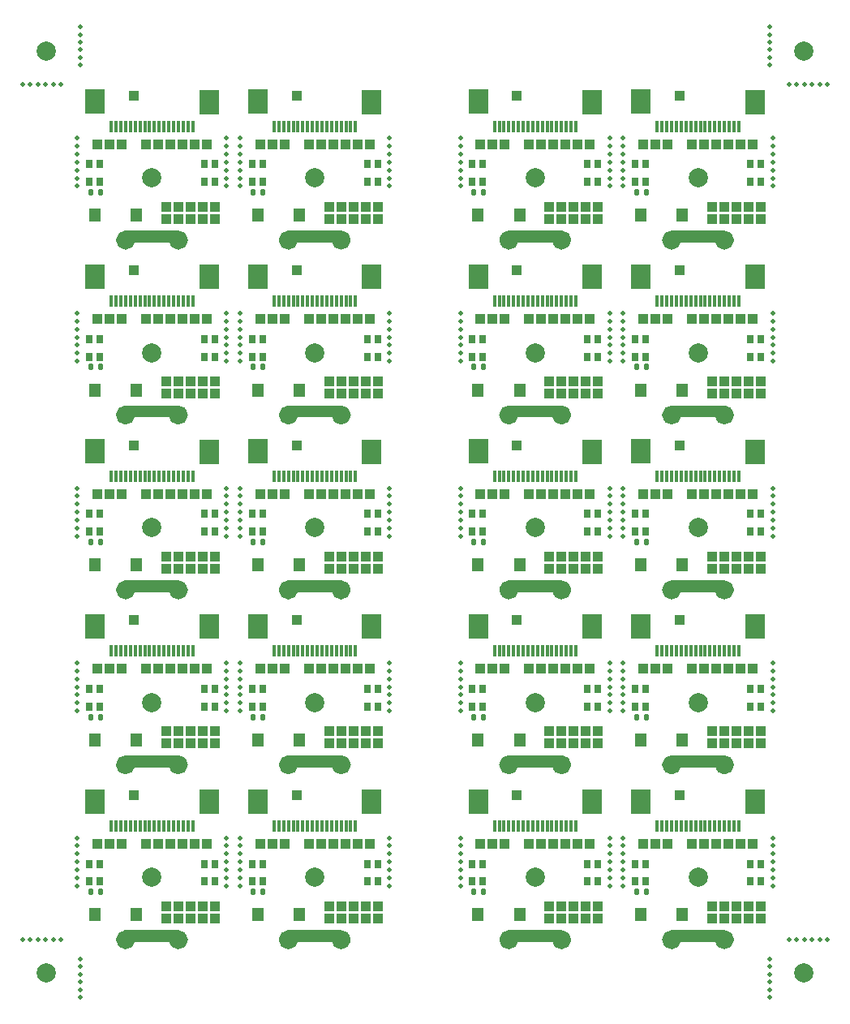
<source format=gbr>
%TF.GenerationSoftware,KiCad,Pcbnew,8.0.1-unknown-202403172319~81f55dfc9c~ubuntu22.04.1*%
%TF.CreationDate,2024-06-20T10:51:26+01:00*%
%TF.ProjectId,PANEL_COM_MOD,50414e45-4c5f-4434-9f4d-5f4d4f442e6b,1.0*%
%TF.SameCoordinates,Original*%
%TF.FileFunction,Soldermask,Bot*%
%TF.FilePolarity,Negative*%
%FSLAX46Y46*%
G04 Gerber Fmt 4.6, Leading zero omitted, Abs format (unit mm)*
G04 Created by KiCad (PCBNEW 8.0.1-unknown-202403172319~81f55dfc9c~ubuntu22.04.1) date 2024-06-20 10:51:26*
%MOMM*%
%LPD*%
G01*
G04 APERTURE LIST*
G04 Aperture macros list*
%AMRoundRect*
0 Rectangle with rounded corners*
0 $1 Rounding radius*
0 $2 $3 $4 $5 $6 $7 $8 $9 X,Y pos of 4 corners*
0 Add a 4 corners polygon primitive as box body*
4,1,4,$2,$3,$4,$5,$6,$7,$8,$9,$2,$3,0*
0 Add four circle primitives for the rounded corners*
1,1,$1+$1,$2,$3*
1,1,$1+$1,$4,$5*
1,1,$1+$1,$6,$7*
1,1,$1+$1,$8,$9*
0 Add four rect primitives between the rounded corners*
20,1,$1+$1,$2,$3,$4,$5,0*
20,1,$1+$1,$4,$5,$6,$7,0*
20,1,$1+$1,$6,$7,$8,$9,0*
20,1,$1+$1,$8,$9,$2,$3,0*%
G04 Aperture macros list end*
%ADD10C,1.000000*%
%ADD11C,2.000000*%
%ADD12R,0.700000X0.900000*%
%ADD13RoundRect,0.135000X-0.135000X-0.185000X0.135000X-0.185000X0.135000X0.185000X-0.135000X0.185000X0*%
%ADD14R,1.230000X1.360000*%
%ADD15R,0.300000X1.250000*%
%ADD16R,2.000000X2.500000*%
%ADD17C,0.500000*%
%ADD18R,1.000000X1.000000*%
G04 APERTURE END LIST*
G36*
X50624999Y-76000003D02*
G01*
X56249999Y-76000003D01*
X56249999Y-77250003D01*
X50624999Y-77250003D01*
X50624999Y-76000003D01*
G37*
D10*
X28249999Y-40500001D02*
G75*
G02*
X27249999Y-40500001I-500000J0D01*
G01*
X27249999Y-40500001D02*
G75*
G02*
X28249999Y-40500001I500000J0D01*
G01*
X68249999Y-95250004D02*
G75*
G02*
X67249999Y-95250004I-500000J0D01*
G01*
X67249999Y-95250004D02*
G75*
G02*
X68249999Y-95250004I500000J0D01*
G01*
X51249999Y-22250000D02*
G75*
G02*
X50249999Y-22250000I-500000J0D01*
G01*
X50249999Y-22250000D02*
G75*
G02*
X51249999Y-22250000I500000J0D01*
G01*
X11249999Y-58750002D02*
G75*
G02*
X10249999Y-58750002I-500000J0D01*
G01*
X10249999Y-58750002D02*
G75*
G02*
X11249999Y-58750002I500000J0D01*
G01*
X73749999Y-95250004D02*
G75*
G02*
X72749999Y-95250004I-500000J0D01*
G01*
X72749999Y-95250004D02*
G75*
G02*
X73749999Y-95250004I500000J0D01*
G01*
X56749999Y-77000003D02*
G75*
G02*
X55749999Y-77000003I-500000J0D01*
G01*
X55749999Y-77000003D02*
G75*
G02*
X56749999Y-77000003I500000J0D01*
G01*
G36*
X27624999Y-76000003D02*
G01*
X33249999Y-76000003D01*
X33249999Y-77250003D01*
X27624999Y-77250003D01*
X27624999Y-76000003D01*
G37*
G36*
X67624999Y-57750002D02*
G01*
X73249999Y-57750002D01*
X73249999Y-59000002D01*
X67624999Y-59000002D01*
X67624999Y-57750002D01*
G37*
X51249999Y-95250004D02*
G75*
G02*
X50249999Y-95250004I-500000J0D01*
G01*
X50249999Y-95250004D02*
G75*
G02*
X51249999Y-95250004I500000J0D01*
G01*
G36*
X27624999Y-21250000D02*
G01*
X33249999Y-21250000D01*
X33249999Y-22500000D01*
X27624999Y-22500000D01*
X27624999Y-21250000D01*
G37*
G36*
X27624999Y-94250004D02*
G01*
X33249999Y-94250004D01*
X33249999Y-95500004D01*
X27624999Y-95500004D01*
X27624999Y-94250004D01*
G37*
X28249999Y-58750002D02*
G75*
G02*
X27249999Y-58750002I-500000J0D01*
G01*
X27249999Y-58750002D02*
G75*
G02*
X28249999Y-58750002I500000J0D01*
G01*
X28249999Y-95250004D02*
G75*
G02*
X27249999Y-95250004I-500000J0D01*
G01*
X27249999Y-95250004D02*
G75*
G02*
X28249999Y-95250004I500000J0D01*
G01*
X16749999Y-22250000D02*
G75*
G02*
X15749999Y-22250000I-500000J0D01*
G01*
X15749999Y-22250000D02*
G75*
G02*
X16749999Y-22250000I500000J0D01*
G01*
G36*
X27624999Y-39500001D02*
G01*
X33249999Y-39500001D01*
X33249999Y-40750001D01*
X27624999Y-40750001D01*
X27624999Y-39500001D01*
G37*
G36*
X67624999Y-94250004D02*
G01*
X73249999Y-94250004D01*
X73249999Y-95500004D01*
X67624999Y-95500004D01*
X67624999Y-94250004D01*
G37*
X73749999Y-58750002D02*
G75*
G02*
X72749999Y-58750002I-500000J0D01*
G01*
X72749999Y-58750002D02*
G75*
G02*
X73749999Y-58750002I500000J0D01*
G01*
X33749999Y-58750002D02*
G75*
G02*
X32749999Y-58750002I-500000J0D01*
G01*
X32749999Y-58750002D02*
G75*
G02*
X33749999Y-58750002I500000J0D01*
G01*
X33749999Y-22250000D02*
G75*
G02*
X32749999Y-22250000I-500000J0D01*
G01*
X32749999Y-22250000D02*
G75*
G02*
X33749999Y-22250000I500000J0D01*
G01*
X56749999Y-95250004D02*
G75*
G02*
X55749999Y-95250004I-500000J0D01*
G01*
X55749999Y-95250004D02*
G75*
G02*
X56749999Y-95250004I500000J0D01*
G01*
X51249999Y-77000003D02*
G75*
G02*
X50249999Y-77000003I-500000J0D01*
G01*
X50249999Y-77000003D02*
G75*
G02*
X51249999Y-77000003I500000J0D01*
G01*
G36*
X50624999Y-94250004D02*
G01*
X56249999Y-94250004D01*
X56249999Y-95500004D01*
X50624999Y-95500004D01*
X50624999Y-94250004D01*
G37*
G36*
X67624999Y-21250000D02*
G01*
X73249999Y-21250000D01*
X73249999Y-22500000D01*
X67624999Y-22500000D01*
X67624999Y-21250000D01*
G37*
X73749999Y-77000003D02*
G75*
G02*
X72749999Y-77000003I-500000J0D01*
G01*
X72749999Y-77000003D02*
G75*
G02*
X73749999Y-77000003I500000J0D01*
G01*
G36*
X27624999Y-57750002D02*
G01*
X33249999Y-57750002D01*
X33249999Y-59000002D01*
X27624999Y-59000002D01*
X27624999Y-57750002D01*
G37*
G36*
X10624999Y-94250004D02*
G01*
X16249999Y-94250004D01*
X16249999Y-95500004D01*
X10624999Y-95500004D01*
X10624999Y-94250004D01*
G37*
X33749999Y-40500001D02*
G75*
G02*
X32749999Y-40500001I-500000J0D01*
G01*
X32749999Y-40500001D02*
G75*
G02*
X33749999Y-40500001I500000J0D01*
G01*
X68249999Y-77000003D02*
G75*
G02*
X67249999Y-77000003I-500000J0D01*
G01*
X67249999Y-77000003D02*
G75*
G02*
X68249999Y-77000003I500000J0D01*
G01*
X11249999Y-40500001D02*
G75*
G02*
X10249999Y-40500001I-500000J0D01*
G01*
X10249999Y-40500001D02*
G75*
G02*
X11249999Y-40500001I500000J0D01*
G01*
X33749999Y-95250004D02*
G75*
G02*
X32749999Y-95250004I-500000J0D01*
G01*
X32749999Y-95250004D02*
G75*
G02*
X33749999Y-95250004I500000J0D01*
G01*
G36*
X50624999Y-57750002D02*
G01*
X56249999Y-57750002D01*
X56249999Y-59000002D01*
X50624999Y-59000002D01*
X50624999Y-57750002D01*
G37*
G36*
X50624999Y-39500001D02*
G01*
X56249999Y-39500001D01*
X56249999Y-40750001D01*
X50624999Y-40750001D01*
X50624999Y-39500001D01*
G37*
X16749999Y-77000003D02*
G75*
G02*
X15749999Y-77000003I-500000J0D01*
G01*
X15749999Y-77000003D02*
G75*
G02*
X16749999Y-77000003I500000J0D01*
G01*
X73749999Y-40500001D02*
G75*
G02*
X72749999Y-40500001I-500000J0D01*
G01*
X72749999Y-40500001D02*
G75*
G02*
X73749999Y-40500001I500000J0D01*
G01*
X56749999Y-58750002D02*
G75*
G02*
X55749999Y-58750002I-500000J0D01*
G01*
X55749999Y-58750002D02*
G75*
G02*
X56749999Y-58750002I500000J0D01*
G01*
X11249999Y-22250000D02*
G75*
G02*
X10249999Y-22250000I-500000J0D01*
G01*
X10249999Y-22250000D02*
G75*
G02*
X11249999Y-22250000I500000J0D01*
G01*
G36*
X10624999Y-21250000D02*
G01*
X16249999Y-21250000D01*
X16249999Y-22500000D01*
X10624999Y-22500000D01*
X10624999Y-21250000D01*
G37*
X16749999Y-40500001D02*
G75*
G02*
X15749999Y-40500001I-500000J0D01*
G01*
X15749999Y-40500001D02*
G75*
G02*
X16749999Y-40500001I500000J0D01*
G01*
G36*
X50624999Y-21250000D02*
G01*
X56249999Y-21250000D01*
X56249999Y-22500000D01*
X50624999Y-22500000D01*
X50624999Y-21250000D01*
G37*
X16749999Y-58750002D02*
G75*
G02*
X15749999Y-58750002I-500000J0D01*
G01*
X15749999Y-58750002D02*
G75*
G02*
X16749999Y-58750002I500000J0D01*
G01*
G36*
X67624999Y-76000003D02*
G01*
X73249999Y-76000003D01*
X73249999Y-77250003D01*
X67624999Y-77250003D01*
X67624999Y-76000003D01*
G37*
G36*
X10624999Y-76000003D02*
G01*
X16249999Y-76000003D01*
X16249999Y-77250003D01*
X10624999Y-77250003D01*
X10624999Y-76000003D01*
G37*
X51249999Y-40500001D02*
G75*
G02*
X50249999Y-40500001I-500000J0D01*
G01*
X50249999Y-40500001D02*
G75*
G02*
X51249999Y-40500001I500000J0D01*
G01*
X28249999Y-22250000D02*
G75*
G02*
X27249999Y-22250000I-500000J0D01*
G01*
X27249999Y-22250000D02*
G75*
G02*
X28249999Y-22250000I500000J0D01*
G01*
X68249999Y-22250000D02*
G75*
G02*
X67249999Y-22250000I-500000J0D01*
G01*
X67249999Y-22250000D02*
G75*
G02*
X68249999Y-22250000I500000J0D01*
G01*
G36*
X10624999Y-57750002D02*
G01*
X16249999Y-57750002D01*
X16249999Y-59000002D01*
X10624999Y-59000002D01*
X10624999Y-57750002D01*
G37*
G36*
X67624999Y-39500001D02*
G01*
X73249999Y-39500001D01*
X73249999Y-40750001D01*
X67624999Y-40750001D01*
X67624999Y-39500001D01*
G37*
X51249999Y-58750002D02*
G75*
G02*
X50249999Y-58750002I-500000J0D01*
G01*
X50249999Y-58750002D02*
G75*
G02*
X51249999Y-58750002I500000J0D01*
G01*
X16749999Y-95250004D02*
G75*
G02*
X15749999Y-95250004I-500000J0D01*
G01*
X15749999Y-95250004D02*
G75*
G02*
X16749999Y-95250004I500000J0D01*
G01*
X56749999Y-22250000D02*
G75*
G02*
X55749999Y-22250000I-500000J0D01*
G01*
X55749999Y-22250000D02*
G75*
G02*
X56749999Y-22250000I500000J0D01*
G01*
X11249999Y-77000003D02*
G75*
G02*
X10249999Y-77000003I-500000J0D01*
G01*
X10249999Y-77000003D02*
G75*
G02*
X11249999Y-77000003I500000J0D01*
G01*
X68249999Y-58750002D02*
G75*
G02*
X67249999Y-58750002I-500000J0D01*
G01*
X67249999Y-58750002D02*
G75*
G02*
X68249999Y-58750002I500000J0D01*
G01*
X11249999Y-95250004D02*
G75*
G02*
X10249999Y-95250004I-500000J0D01*
G01*
X10249999Y-95250004D02*
G75*
G02*
X11249999Y-95250004I500000J0D01*
G01*
G36*
X10624999Y-39500001D02*
G01*
X16249999Y-39500001D01*
X16249999Y-40750001D01*
X10624999Y-40750001D01*
X10624999Y-39500001D01*
G37*
X68249999Y-40500001D02*
G75*
G02*
X67249999Y-40500001I-500000J0D01*
G01*
X67249999Y-40500001D02*
G75*
G02*
X68249999Y-40500001I500000J0D01*
G01*
X73749999Y-22250000D02*
G75*
G02*
X72749999Y-22250000I-500000J0D01*
G01*
X72749999Y-22250000D02*
G75*
G02*
X73749999Y-22250000I500000J0D01*
G01*
X28249999Y-77000003D02*
G75*
G02*
X27249999Y-77000003I-500000J0D01*
G01*
X27249999Y-77000003D02*
G75*
G02*
X28249999Y-77000003I500000J0D01*
G01*
X33749999Y-77000003D02*
G75*
G02*
X32749999Y-77000003I-500000J0D01*
G01*
X32749999Y-77000003D02*
G75*
G02*
X33749999Y-77000003I500000J0D01*
G01*
X56749999Y-40500001D02*
G75*
G02*
X55749999Y-40500001I-500000J0D01*
G01*
X55749999Y-40500001D02*
G75*
G02*
X56749999Y-40500001I500000J0D01*
G01*
D11*
%TO.C,I1*%
X70499999Y-34000001D03*
%TD*%
D12*
%TO.C,LED2*%
X46950000Y-32580001D03*
X48050000Y-32580001D03*
X48050000Y-34420001D03*
X46950000Y-34420001D03*
%TD*%
D13*
%TO.C,R1*%
X24089999Y-35500001D03*
X25109999Y-35500001D03*
%TD*%
D12*
%TO.C,LED2*%
X23950000Y-50830002D03*
X25050000Y-50830002D03*
X25050000Y-52670002D03*
X23950000Y-52670002D03*
%TD*%
D14*
%TO.C,SW1*%
X11879999Y-74400003D03*
X7519999Y-74400003D03*
%TD*%
D12*
%TO.C,LED1*%
X20050000Y-52670002D03*
X18950000Y-52670002D03*
X18950000Y-50830002D03*
X20050000Y-50830002D03*
%TD*%
D11*
%TO.C,I1*%
X53499999Y-70500003D03*
%TD*%
D14*
%TO.C,SW1*%
X68879999Y-92650004D03*
X64519999Y-92650004D03*
%TD*%
D13*
%TO.C,R1*%
X24089999Y-17250000D03*
X25109999Y-17250000D03*
%TD*%
%TO.C,R1*%
X64089999Y-90250004D03*
X65109999Y-90250004D03*
%TD*%
%TO.C,R1*%
X64089999Y-17250000D03*
X65109999Y-17250000D03*
%TD*%
D12*
%TO.C,LED1*%
X37050000Y-34420001D03*
X35950000Y-34420001D03*
X35950000Y-32580001D03*
X37050000Y-32580001D03*
%TD*%
D13*
%TO.C,R1*%
X47089999Y-35500001D03*
X48109999Y-35500001D03*
%TD*%
D12*
%TO.C,LED2*%
X23950000Y-14330000D03*
X25050000Y-14330000D03*
X25050000Y-16170000D03*
X23950000Y-16170000D03*
%TD*%
%TO.C,LED2*%
X63950000Y-50830002D03*
X65050000Y-50830002D03*
X65050000Y-52670002D03*
X63950000Y-52670002D03*
%TD*%
D15*
%TO.C,FPC1*%
X49250000Y-83390004D03*
X49750000Y-83390004D03*
X50250000Y-83390004D03*
X50750000Y-83390004D03*
X51250000Y-83390004D03*
X51750000Y-83390004D03*
X52250000Y-83390004D03*
X52750000Y-83390004D03*
X53250000Y-83390004D03*
X53750000Y-83390004D03*
X54250000Y-83390004D03*
X54750000Y-83390004D03*
X55250000Y-83390004D03*
X55750000Y-83390004D03*
X56250000Y-83390004D03*
X56750000Y-83390004D03*
X57250000Y-83390004D03*
X57750000Y-83390004D03*
D16*
X47560000Y-80810004D03*
X59440000Y-80850004D03*
%TD*%
D13*
%TO.C,R1*%
X47089999Y-90250004D03*
X48109999Y-90250004D03*
%TD*%
%TO.C,R1*%
X47089999Y-17250000D03*
X48109999Y-17250000D03*
%TD*%
D12*
%TO.C,LED2*%
X46950000Y-14330000D03*
X48050000Y-14330000D03*
X48050000Y-16170000D03*
X46950000Y-16170000D03*
%TD*%
D15*
%TO.C,FPC1*%
X49250000Y-28640001D03*
X49750000Y-28640001D03*
X50250000Y-28640001D03*
X50750000Y-28640001D03*
X51250000Y-28640001D03*
X51750000Y-28640001D03*
X52250000Y-28640001D03*
X52750000Y-28640001D03*
X53250000Y-28640001D03*
X53750000Y-28640001D03*
X54250000Y-28640001D03*
X54750000Y-28640001D03*
X55250000Y-28640001D03*
X55750000Y-28640001D03*
X56250000Y-28640001D03*
X56750000Y-28640001D03*
X57250000Y-28640001D03*
X57750000Y-28640001D03*
D16*
X47560000Y-26060001D03*
X59440000Y-26100001D03*
%TD*%
D12*
%TO.C,LED2*%
X23950000Y-69080003D03*
X25050000Y-69080003D03*
X25050000Y-70920003D03*
X23950000Y-70920003D03*
%TD*%
D11*
%TO.C,I1*%
X30499999Y-88750004D03*
%TD*%
%TO.C,I1*%
X70499999Y-88750004D03*
%TD*%
D14*
%TO.C,SW1*%
X68879999Y-74400003D03*
X64519999Y-74400003D03*
%TD*%
D13*
%TO.C,R1*%
X7089999Y-72000003D03*
X8109999Y-72000003D03*
%TD*%
D12*
%TO.C,LED2*%
X6950000Y-14330000D03*
X8050000Y-14330000D03*
X8050000Y-16170000D03*
X6950000Y-16170000D03*
%TD*%
D11*
%TO.C,I1*%
X70499999Y-70500003D03*
%TD*%
D12*
%TO.C,LED2*%
X46950000Y-50830002D03*
X48050000Y-50830002D03*
X48050000Y-52670002D03*
X46950000Y-52670002D03*
%TD*%
D14*
%TO.C,SW1*%
X51879999Y-74400003D03*
X47519999Y-74400003D03*
%TD*%
D12*
%TO.C,LED2*%
X6950000Y-32580001D03*
X8050000Y-32580001D03*
X8050000Y-34420001D03*
X6950000Y-34420001D03*
%TD*%
D11*
%TO.C,I1*%
X13499999Y-70500003D03*
%TD*%
D15*
%TO.C,FPC1*%
X49250000Y-10390000D03*
X49750000Y-10390000D03*
X50250000Y-10390000D03*
X50750000Y-10390000D03*
X51250000Y-10390000D03*
X51750000Y-10390000D03*
X52250000Y-10390000D03*
X52750000Y-10390000D03*
X53250000Y-10390000D03*
X53750000Y-10390000D03*
X54250000Y-10390000D03*
X54750000Y-10390000D03*
X55250000Y-10390000D03*
X55750000Y-10390000D03*
X56250000Y-10390000D03*
X56750000Y-10390000D03*
X57250000Y-10390000D03*
X57750000Y-10390000D03*
D16*
X47560000Y-7810000D03*
X59440000Y-7850000D03*
%TD*%
D12*
%TO.C,LED1*%
X60050000Y-34420001D03*
X58950000Y-34420001D03*
X58950000Y-32580001D03*
X60050000Y-32580001D03*
%TD*%
%TO.C,LED2*%
X63950000Y-14330000D03*
X65050000Y-14330000D03*
X65050000Y-16170000D03*
X63950000Y-16170000D03*
%TD*%
D14*
%TO.C,SW1*%
X51879999Y-92650004D03*
X47519999Y-92650004D03*
%TD*%
D15*
%TO.C,FPC1*%
X9250000Y-65140003D03*
X9750000Y-65140003D03*
X10250000Y-65140003D03*
X10750000Y-65140003D03*
X11250000Y-65140003D03*
X11750000Y-65140003D03*
X12250000Y-65140003D03*
X12750000Y-65140003D03*
X13250000Y-65140003D03*
X13750000Y-65140003D03*
X14250000Y-65140003D03*
X14750000Y-65140003D03*
X15250000Y-65140003D03*
X15750000Y-65140003D03*
X16250000Y-65140003D03*
X16750000Y-65140003D03*
X17250000Y-65140003D03*
X17750000Y-65140003D03*
D16*
X7560000Y-62560003D03*
X19440000Y-62600003D03*
%TD*%
D12*
%TO.C,LED2*%
X63950000Y-87330004D03*
X65050000Y-87330004D03*
X65050000Y-89170004D03*
X63950000Y-89170004D03*
%TD*%
%TO.C,LED1*%
X37050000Y-16170000D03*
X35950000Y-16170000D03*
X35950000Y-14330000D03*
X37050000Y-14330000D03*
%TD*%
D14*
%TO.C,SW1*%
X68879999Y-19650000D03*
X64519999Y-19650000D03*
%TD*%
D15*
%TO.C,FPC1*%
X9250000Y-46890002D03*
X9750000Y-46890002D03*
X10250000Y-46890002D03*
X10750000Y-46890002D03*
X11250000Y-46890002D03*
X11750000Y-46890002D03*
X12250000Y-46890002D03*
X12750000Y-46890002D03*
X13250000Y-46890002D03*
X13750000Y-46890002D03*
X14250000Y-46890002D03*
X14750000Y-46890002D03*
X15250000Y-46890002D03*
X15750000Y-46890002D03*
X16250000Y-46890002D03*
X16750000Y-46890002D03*
X17250000Y-46890002D03*
X17750000Y-46890002D03*
D16*
X7560000Y-44310002D03*
X19440000Y-44350002D03*
%TD*%
D15*
%TO.C,FPC1*%
X9250000Y-28640001D03*
X9750000Y-28640001D03*
X10250000Y-28640001D03*
X10750000Y-28640001D03*
X11250000Y-28640001D03*
X11750000Y-28640001D03*
X12250000Y-28640001D03*
X12750000Y-28640001D03*
X13250000Y-28640001D03*
X13750000Y-28640001D03*
X14250000Y-28640001D03*
X14750000Y-28640001D03*
X15250000Y-28640001D03*
X15750000Y-28640001D03*
X16250000Y-28640001D03*
X16750000Y-28640001D03*
X17250000Y-28640001D03*
X17750000Y-28640001D03*
D16*
X7560000Y-26060001D03*
X19440000Y-26100001D03*
%TD*%
D11*
%TO.C,I1*%
X13499999Y-88750004D03*
%TD*%
D12*
%TO.C,LED1*%
X37050000Y-70920003D03*
X35950000Y-70920003D03*
X35950000Y-69080003D03*
X37050000Y-69080003D03*
%TD*%
D11*
%TO.C,I1*%
X70499999Y-52250002D03*
%TD*%
D12*
%TO.C,LED1*%
X60050000Y-70920003D03*
X58950000Y-70920003D03*
X58950000Y-69080003D03*
X60050000Y-69080003D03*
%TD*%
%TO.C,LED1*%
X77050000Y-70920003D03*
X75950000Y-70920003D03*
X75950000Y-69080003D03*
X77050000Y-69080003D03*
%TD*%
D11*
%TO.C,I1*%
X30499999Y-52250002D03*
%TD*%
D14*
%TO.C,SW1*%
X51879999Y-37900001D03*
X47519999Y-37900001D03*
%TD*%
D15*
%TO.C,FPC1*%
X49250000Y-46890002D03*
X49750000Y-46890002D03*
X50250000Y-46890002D03*
X50750000Y-46890002D03*
X51250000Y-46890002D03*
X51750000Y-46890002D03*
X52250000Y-46890002D03*
X52750000Y-46890002D03*
X53250000Y-46890002D03*
X53750000Y-46890002D03*
X54250000Y-46890002D03*
X54750000Y-46890002D03*
X55250000Y-46890002D03*
X55750000Y-46890002D03*
X56250000Y-46890002D03*
X56750000Y-46890002D03*
X57250000Y-46890002D03*
X57750000Y-46890002D03*
D16*
X47560000Y-44310002D03*
X59440000Y-44350002D03*
%TD*%
D13*
%TO.C,R1*%
X24089999Y-72000003D03*
X25109999Y-72000003D03*
%TD*%
D11*
%TO.C,I1*%
X70499999Y-15750000D03*
%TD*%
D14*
%TO.C,SW1*%
X51879999Y-19650000D03*
X47519999Y-19650000D03*
%TD*%
D12*
%TO.C,LED2*%
X6950000Y-69080003D03*
X8050000Y-69080003D03*
X8050000Y-70920003D03*
X6950000Y-70920003D03*
%TD*%
%TO.C,LED1*%
X60050000Y-89170004D03*
X58950000Y-89170004D03*
X58950000Y-87330004D03*
X60050000Y-87330004D03*
%TD*%
D13*
%TO.C,R1*%
X7089999Y-17250000D03*
X8109999Y-17250000D03*
%TD*%
D14*
%TO.C,SW1*%
X11879999Y-19650000D03*
X7519999Y-19650000D03*
%TD*%
%TO.C,SW1*%
X28879999Y-37900001D03*
X24519999Y-37900001D03*
%TD*%
D15*
%TO.C,FPC1*%
X66250000Y-28640001D03*
X66750000Y-28640001D03*
X67250000Y-28640001D03*
X67750000Y-28640001D03*
X68250000Y-28640001D03*
X68750000Y-28640001D03*
X69250000Y-28640001D03*
X69750000Y-28640001D03*
X70250000Y-28640001D03*
X70750000Y-28640001D03*
X71250000Y-28640001D03*
X71750000Y-28640001D03*
X72250000Y-28640001D03*
X72750000Y-28640001D03*
X73250000Y-28640001D03*
X73750000Y-28640001D03*
X74250000Y-28640001D03*
X74750000Y-28640001D03*
D16*
X64560000Y-26060001D03*
X76440000Y-26100001D03*
%TD*%
D14*
%TO.C,SW1*%
X11879999Y-37900001D03*
X7519999Y-37900001D03*
%TD*%
D12*
%TO.C,LED1*%
X20050000Y-70920003D03*
X18950000Y-70920003D03*
X18950000Y-69080003D03*
X20050000Y-69080003D03*
%TD*%
D14*
%TO.C,SW1*%
X11879999Y-56150002D03*
X7519999Y-56150002D03*
%TD*%
D12*
%TO.C,LED1*%
X37050000Y-52670002D03*
X35950000Y-52670002D03*
X35950000Y-50830002D03*
X37050000Y-50830002D03*
%TD*%
D13*
%TO.C,R1*%
X7089999Y-53750002D03*
X8109999Y-53750002D03*
%TD*%
D12*
%TO.C,LED2*%
X46950000Y-69080003D03*
X48050000Y-69080003D03*
X48050000Y-70920003D03*
X46950000Y-70920003D03*
%TD*%
D13*
%TO.C,R1*%
X7089999Y-90250004D03*
X8109999Y-90250004D03*
%TD*%
D15*
%TO.C,FPC1*%
X49250000Y-65140003D03*
X49750000Y-65140003D03*
X50250000Y-65140003D03*
X50750000Y-65140003D03*
X51250000Y-65140003D03*
X51750000Y-65140003D03*
X52250000Y-65140003D03*
X52750000Y-65140003D03*
X53250000Y-65140003D03*
X53750000Y-65140003D03*
X54250000Y-65140003D03*
X54750000Y-65140003D03*
X55250000Y-65140003D03*
X55750000Y-65140003D03*
X56250000Y-65140003D03*
X56750000Y-65140003D03*
X57250000Y-65140003D03*
X57750000Y-65140003D03*
D16*
X47560000Y-62560003D03*
X59440000Y-62600003D03*
%TD*%
D13*
%TO.C,R1*%
X24089999Y-53750002D03*
X25109999Y-53750002D03*
%TD*%
D11*
%TO.C,I1*%
X53499999Y-52250002D03*
%TD*%
%TO.C,I1*%
X53499999Y-34000001D03*
%TD*%
D12*
%TO.C,LED1*%
X60050000Y-16170000D03*
X58950000Y-16170000D03*
X58950000Y-14330000D03*
X60050000Y-14330000D03*
%TD*%
%TO.C,LED2*%
X63950000Y-69080003D03*
X65050000Y-69080003D03*
X65050000Y-70920003D03*
X63950000Y-70920003D03*
%TD*%
D13*
%TO.C,R1*%
X47089999Y-72000003D03*
X48109999Y-72000003D03*
%TD*%
D12*
%TO.C,LED1*%
X20050000Y-89170004D03*
X18950000Y-89170004D03*
X18950000Y-87330004D03*
X20050000Y-87330004D03*
%TD*%
%TO.C,LED1*%
X77050000Y-52670002D03*
X75950000Y-52670002D03*
X75950000Y-50830002D03*
X77050000Y-50830002D03*
%TD*%
D11*
%TO.C,I1*%
X30499999Y-15750000D03*
%TD*%
D14*
%TO.C,SW1*%
X28879999Y-19650000D03*
X24519999Y-19650000D03*
%TD*%
D12*
%TO.C,LED1*%
X20050000Y-34420001D03*
X18950000Y-34420001D03*
X18950000Y-32580001D03*
X20050000Y-32580001D03*
%TD*%
D13*
%TO.C,R1*%
X47089999Y-53750002D03*
X48109999Y-53750002D03*
%TD*%
D12*
%TO.C,LED2*%
X63950000Y-32580001D03*
X65050000Y-32580001D03*
X65050000Y-34420001D03*
X63950000Y-34420001D03*
%TD*%
D15*
%TO.C,FPC1*%
X9250000Y-10390000D03*
X9750000Y-10390000D03*
X10250000Y-10390000D03*
X10750000Y-10390000D03*
X11250000Y-10390000D03*
X11750000Y-10390000D03*
X12250000Y-10390000D03*
X12750000Y-10390000D03*
X13250000Y-10390000D03*
X13750000Y-10390000D03*
X14250000Y-10390000D03*
X14750000Y-10390000D03*
X15250000Y-10390000D03*
X15750000Y-10390000D03*
X16250000Y-10390000D03*
X16750000Y-10390000D03*
X17250000Y-10390000D03*
X17750000Y-10390000D03*
D16*
X7560000Y-7810000D03*
X19440000Y-7850000D03*
%TD*%
D15*
%TO.C,FPC1*%
X66250000Y-83390004D03*
X66750000Y-83390004D03*
X67250000Y-83390004D03*
X67750000Y-83390004D03*
X68250000Y-83390004D03*
X68750000Y-83390004D03*
X69250000Y-83390004D03*
X69750000Y-83390004D03*
X70250000Y-83390004D03*
X70750000Y-83390004D03*
X71250000Y-83390004D03*
X71750000Y-83390004D03*
X72250000Y-83390004D03*
X72750000Y-83390004D03*
X73250000Y-83390004D03*
X73750000Y-83390004D03*
X74250000Y-83390004D03*
X74750000Y-83390004D03*
D16*
X64560000Y-80810004D03*
X76440000Y-80850004D03*
%TD*%
D15*
%TO.C,FPC1*%
X9250000Y-83390004D03*
X9750000Y-83390004D03*
X10250000Y-83390004D03*
X10750000Y-83390004D03*
X11250000Y-83390004D03*
X11750000Y-83390004D03*
X12250000Y-83390004D03*
X12750000Y-83390004D03*
X13250000Y-83390004D03*
X13750000Y-83390004D03*
X14250000Y-83390004D03*
X14750000Y-83390004D03*
X15250000Y-83390004D03*
X15750000Y-83390004D03*
X16250000Y-83390004D03*
X16750000Y-83390004D03*
X17250000Y-83390004D03*
X17750000Y-83390004D03*
D16*
X7560000Y-80810004D03*
X19440000Y-80850004D03*
%TD*%
D12*
%TO.C,LED2*%
X23950000Y-32580001D03*
X25050000Y-32580001D03*
X25050000Y-34420001D03*
X23950000Y-34420001D03*
%TD*%
%TO.C,LED1*%
X77050000Y-89170004D03*
X75950000Y-89170004D03*
X75950000Y-87330004D03*
X77050000Y-87330004D03*
%TD*%
%TO.C,LED1*%
X60050000Y-52670002D03*
X58950000Y-52670002D03*
X58950000Y-50830002D03*
X60050000Y-50830002D03*
%TD*%
D13*
%TO.C,R1*%
X64089999Y-35500001D03*
X65109999Y-35500001D03*
%TD*%
D15*
%TO.C,FPC1*%
X26250000Y-83390004D03*
X26750000Y-83390004D03*
X27250000Y-83390004D03*
X27750000Y-83390004D03*
X28250000Y-83390004D03*
X28750000Y-83390004D03*
X29250000Y-83390004D03*
X29750000Y-83390004D03*
X30250000Y-83390004D03*
X30750000Y-83390004D03*
X31250000Y-83390004D03*
X31750000Y-83390004D03*
X32250000Y-83390004D03*
X32750000Y-83390004D03*
X33250000Y-83390004D03*
X33750000Y-83390004D03*
X34250000Y-83390004D03*
X34750000Y-83390004D03*
D16*
X24560000Y-80810004D03*
X36440000Y-80850004D03*
%TD*%
D14*
%TO.C,SW1*%
X28879999Y-74400003D03*
X24519999Y-74400003D03*
%TD*%
D15*
%TO.C,FPC1*%
X26250000Y-28640001D03*
X26750000Y-28640001D03*
X27250000Y-28640001D03*
X27750000Y-28640001D03*
X28250000Y-28640001D03*
X28750000Y-28640001D03*
X29250000Y-28640001D03*
X29750000Y-28640001D03*
X30250000Y-28640001D03*
X30750000Y-28640001D03*
X31250000Y-28640001D03*
X31750000Y-28640001D03*
X32250000Y-28640001D03*
X32750000Y-28640001D03*
X33250000Y-28640001D03*
X33750000Y-28640001D03*
X34250000Y-28640001D03*
X34750000Y-28640001D03*
D16*
X24560000Y-26060001D03*
X36440000Y-26100001D03*
%TD*%
D15*
%TO.C,FPC1*%
X26250000Y-10390000D03*
X26750000Y-10390000D03*
X27250000Y-10390000D03*
X27750000Y-10390000D03*
X28250000Y-10390000D03*
X28750000Y-10390000D03*
X29250000Y-10390000D03*
X29750000Y-10390000D03*
X30250000Y-10390000D03*
X30750000Y-10390000D03*
X31250000Y-10390000D03*
X31750000Y-10390000D03*
X32250000Y-10390000D03*
X32750000Y-10390000D03*
X33250000Y-10390000D03*
X33750000Y-10390000D03*
X34250000Y-10390000D03*
X34750000Y-10390000D03*
D16*
X24560000Y-7810000D03*
X36440000Y-7850000D03*
%TD*%
D15*
%TO.C,FPC1*%
X26250000Y-46890002D03*
X26750000Y-46890002D03*
X27250000Y-46890002D03*
X27750000Y-46890002D03*
X28250000Y-46890002D03*
X28750000Y-46890002D03*
X29250000Y-46890002D03*
X29750000Y-46890002D03*
X30250000Y-46890002D03*
X30750000Y-46890002D03*
X31250000Y-46890002D03*
X31750000Y-46890002D03*
X32250000Y-46890002D03*
X32750000Y-46890002D03*
X33250000Y-46890002D03*
X33750000Y-46890002D03*
X34250000Y-46890002D03*
X34750000Y-46890002D03*
D16*
X24560000Y-44310002D03*
X36440000Y-44350002D03*
%TD*%
D14*
%TO.C,SW1*%
X11879999Y-92650004D03*
X7519999Y-92650004D03*
%TD*%
D15*
%TO.C,FPC1*%
X66250000Y-65140003D03*
X66750000Y-65140003D03*
X67250000Y-65140003D03*
X67750000Y-65140003D03*
X68250000Y-65140003D03*
X68750000Y-65140003D03*
X69250000Y-65140003D03*
X69750000Y-65140003D03*
X70250000Y-65140003D03*
X70750000Y-65140003D03*
X71250000Y-65140003D03*
X71750000Y-65140003D03*
X72250000Y-65140003D03*
X72750000Y-65140003D03*
X73250000Y-65140003D03*
X73750000Y-65140003D03*
X74250000Y-65140003D03*
X74750000Y-65140003D03*
D16*
X64560000Y-62560003D03*
X76440000Y-62600003D03*
%TD*%
D12*
%TO.C,LED2*%
X23950000Y-87330004D03*
X25050000Y-87330004D03*
X25050000Y-89170004D03*
X23950000Y-89170004D03*
%TD*%
D13*
%TO.C,R1*%
X24089999Y-90250004D03*
X25109999Y-90250004D03*
%TD*%
D11*
%TO.C,I1*%
X30499999Y-70500003D03*
%TD*%
%TO.C,I1*%
X13499999Y-34000001D03*
%TD*%
D12*
%TO.C,LED2*%
X6950000Y-87330004D03*
X8050000Y-87330004D03*
X8050000Y-89170004D03*
X6950000Y-89170004D03*
%TD*%
D15*
%TO.C,FPC1*%
X66250000Y-10390000D03*
X66750000Y-10390000D03*
X67250000Y-10390000D03*
X67750000Y-10390000D03*
X68250000Y-10390000D03*
X68750000Y-10390000D03*
X69250000Y-10390000D03*
X69750000Y-10390000D03*
X70250000Y-10390000D03*
X70750000Y-10390000D03*
X71250000Y-10390000D03*
X71750000Y-10390000D03*
X72250000Y-10390000D03*
X72750000Y-10390000D03*
X73250000Y-10390000D03*
X73750000Y-10390000D03*
X74250000Y-10390000D03*
X74750000Y-10390000D03*
D16*
X64560000Y-7810000D03*
X76440000Y-7850000D03*
%TD*%
D14*
%TO.C,SW1*%
X28879999Y-92650004D03*
X24519999Y-92650004D03*
%TD*%
D12*
%TO.C,LED1*%
X20050000Y-16170000D03*
X18950000Y-16170000D03*
X18950000Y-14330000D03*
X20050000Y-14330000D03*
%TD*%
%TO.C,LED1*%
X77050000Y-34420001D03*
X75950000Y-34420001D03*
X75950000Y-32580001D03*
X77050000Y-32580001D03*
%TD*%
D15*
%TO.C,FPC1*%
X66250000Y-46890002D03*
X66750000Y-46890002D03*
X67250000Y-46890002D03*
X67750000Y-46890002D03*
X68250000Y-46890002D03*
X68750000Y-46890002D03*
X69250000Y-46890002D03*
X69750000Y-46890002D03*
X70250000Y-46890002D03*
X70750000Y-46890002D03*
X71250000Y-46890002D03*
X71750000Y-46890002D03*
X72250000Y-46890002D03*
X72750000Y-46890002D03*
X73250000Y-46890002D03*
X73750000Y-46890002D03*
X74250000Y-46890002D03*
X74750000Y-46890002D03*
D16*
X64560000Y-44310002D03*
X76440000Y-44350002D03*
%TD*%
D12*
%TO.C,LED1*%
X77050000Y-16170000D03*
X75950000Y-16170000D03*
X75950000Y-14330000D03*
X77050000Y-14330000D03*
%TD*%
D13*
%TO.C,R1*%
X64089999Y-72000003D03*
X65109999Y-72000003D03*
%TD*%
D12*
%TO.C,LED2*%
X46950000Y-87330004D03*
X48050000Y-87330004D03*
X48050000Y-89170004D03*
X46950000Y-89170004D03*
%TD*%
%TO.C,LED2*%
X6950000Y-50830002D03*
X8050000Y-50830002D03*
X8050000Y-52670002D03*
X6950000Y-52670002D03*
%TD*%
D14*
%TO.C,SW1*%
X68879999Y-37900001D03*
X64519999Y-37900001D03*
%TD*%
D11*
%TO.C,I1*%
X30499999Y-34000001D03*
%TD*%
D13*
%TO.C,R1*%
X64089999Y-53750002D03*
X65109999Y-53750002D03*
%TD*%
D14*
%TO.C,SW1*%
X28879999Y-56150002D03*
X24519999Y-56150002D03*
%TD*%
D11*
%TO.C,I1*%
X13499999Y-52250002D03*
%TD*%
D14*
%TO.C,SW1*%
X51879999Y-56150002D03*
X47519999Y-56150002D03*
%TD*%
D11*
%TO.C,I1*%
X53499999Y-88750004D03*
%TD*%
D12*
%TO.C,LED1*%
X37050000Y-89170004D03*
X35950000Y-89170004D03*
X35950000Y-87330004D03*
X37050000Y-87330004D03*
%TD*%
D15*
%TO.C,FPC1*%
X26250000Y-65140003D03*
X26750000Y-65140003D03*
X27250000Y-65140003D03*
X27750000Y-65140003D03*
X28250000Y-65140003D03*
X28750000Y-65140003D03*
X29250000Y-65140003D03*
X29750000Y-65140003D03*
X30250000Y-65140003D03*
X30750000Y-65140003D03*
X31250000Y-65140003D03*
X31750000Y-65140003D03*
X32250000Y-65140003D03*
X32750000Y-65140003D03*
X33250000Y-65140003D03*
X33750000Y-65140003D03*
X34250000Y-65140003D03*
X34750000Y-65140003D03*
D16*
X24560000Y-62560003D03*
X36440000Y-62600003D03*
%TD*%
D14*
%TO.C,SW1*%
X68879999Y-56150002D03*
X64519999Y-56150002D03*
%TD*%
D13*
%TO.C,R1*%
X7089999Y-35500001D03*
X8109999Y-35500001D03*
%TD*%
D11*
%TO.C,I1*%
X13499999Y-15750000D03*
%TD*%
%TO.C,I1*%
X53499999Y-15750000D03*
%TD*%
D17*
%TO.C,KiKit_MB_35_3*%
X22700000Y-87958336D03*
%TD*%
D18*
%TO.C,J22*%
X71994999Y-55250002D03*
%TD*%
D17*
%TO.C,KiKit_MB_22_4*%
X61299999Y-50625001D03*
%TD*%
D18*
%TO.C,J5*%
X12865000Y-12250000D03*
%TD*%
D17*
%TO.C,KiKit_MB_24_5*%
X78299999Y-51458334D03*
%TD*%
%TO.C,KiKit_MB_22_6*%
X61299999Y-52291668D03*
%TD*%
D18*
%TO.C,J16*%
X35804999Y-20020000D03*
%TD*%
D17*
%TO.C,KiKit_MB_10_3*%
X21299999Y-31541667D03*
%TD*%
%TO.C,KiKit_MB_1_6*%
X5700000Y-12458333D03*
%TD*%
D18*
%TO.C,J19*%
X24785000Y-85250004D03*
%TD*%
%TO.C,J16*%
X18804999Y-38270001D03*
%TD*%
%TO.C,J17*%
X37074999Y-56520002D03*
%TD*%
D17*
%TO.C,KiKit_MB_16_7*%
X78299999Y-34875000D03*
%TD*%
%TO.C,KiKit_MB_19_4*%
X22700000Y-50625001D03*
%TD*%
D18*
%TO.C,J8*%
X33675000Y-48750002D03*
%TD*%
%TO.C,J18*%
X31994999Y-93020004D03*
%TD*%
D11*
%TO.C,KiKit_TO_2*%
X81500000Y-2500000D03*
%TD*%
D17*
%TO.C,KiKit_MB_41_6*%
X6000000Y-4000000D03*
%TD*%
D18*
%TO.C,J15*%
X34534999Y-93020004D03*
%TD*%
D17*
%TO.C,KiKit_MB_38_4*%
X61299999Y-87125003D03*
%TD*%
%TO.C,KiKit_MB_43_5*%
X6000000Y-100450004D03*
%TD*%
%TO.C,KiKit_MB_4_4*%
X38299999Y-14124999D03*
%TD*%
D18*
%TO.C,J17*%
X20074999Y-20020000D03*
%TD*%
D17*
%TO.C,KiKit_MB_26_6*%
X21299999Y-70541669D03*
%TD*%
%TO.C,KiKit_MB_5_6*%
X45700000Y-12458333D03*
%TD*%
D18*
%TO.C,J11*%
X37074999Y-37000001D03*
%TD*%
D11*
%TO.C,KiKit_TO_3*%
X2500000Y-98750004D03*
%TD*%
D18*
%TO.C,J1*%
X9055000Y-85250004D03*
%TD*%
D17*
%TO.C,KiKit_MB_34_6*%
X21299999Y-88791670D03*
%TD*%
%TO.C,KiKit_MB_29_4*%
X45700000Y-68875002D03*
%TD*%
D18*
%TO.C,J7*%
X32405000Y-30500001D03*
%TD*%
D17*
%TO.C,KiKit_MB_20_1*%
X38299999Y-48125001D03*
%TD*%
%TO.C,KiKit_MB_34_3*%
X21299999Y-86291670D03*
%TD*%
D18*
%TO.C,J18*%
X14994999Y-93020004D03*
%TD*%
%TO.C,J22*%
X14994999Y-55250002D03*
%TD*%
%TO.C,J7*%
X72405000Y-12250000D03*
%TD*%
%TO.C,J9*%
X57945000Y-67000003D03*
%TD*%
D17*
%TO.C,KiKit_MB_15_2*%
X62700000Y-34041667D03*
%TD*%
%TO.C,KiKit_MB_32_2*%
X78299999Y-67208335D03*
%TD*%
%TO.C,KiKit_MB_16_4*%
X78299999Y-32375000D03*
%TD*%
%TO.C,KiKit_MB_7_6*%
X62700000Y-12458333D03*
%TD*%
D18*
%TO.C,J20*%
X59215000Y-48750002D03*
%TD*%
%TO.C,J11*%
X37074999Y-73500003D03*
%TD*%
D17*
%TO.C,KiKit_MB_30_1*%
X61299999Y-66375002D03*
%TD*%
%TO.C,KiKit_MB_7_1*%
X62700000Y-16624999D03*
%TD*%
%TO.C,KiKit_MB_26_4*%
X21299999Y-68875002D03*
%TD*%
D18*
%TO.C,J14*%
X56264999Y-55250002D03*
%TD*%
D17*
%TO.C,KiKit_MB_2_3*%
X21299999Y-13291667D03*
%TD*%
%TO.C,KiKit_MB_14_3*%
X61299999Y-31541667D03*
%TD*%
%TO.C,KiKit_MB_24_7*%
X78299999Y-53125001D03*
%TD*%
D18*
%TO.C,J8*%
X16675000Y-48750002D03*
%TD*%
%TO.C,J20*%
X76215000Y-30500001D03*
%TD*%
D17*
%TO.C,KiKit_MB_33_1*%
X5700000Y-89625003D03*
%TD*%
D18*
%TO.C,J12*%
X75804999Y-55250002D03*
%TD*%
%TO.C,J7*%
X72405000Y-30500001D03*
%TD*%
D17*
%TO.C,KiKit_MB_13_5*%
X45700000Y-31541667D03*
%TD*%
D18*
%TO.C,J6*%
X54135000Y-48750002D03*
%TD*%
%TO.C,J21*%
X16264999Y-20020000D03*
%TD*%
D17*
%TO.C,KiKit_MB_15_5*%
X62700000Y-31541667D03*
%TD*%
%TO.C,KiKit_MB_46_2*%
X800000Y-95250003D03*
%TD*%
D18*
%TO.C,J5*%
X12865000Y-67000003D03*
%TD*%
D17*
%TO.C,KiKit_MB_41_3*%
X6000000Y-1600000D03*
%TD*%
%TO.C,KiKit_MB_31_3*%
X62700000Y-69708335D03*
%TD*%
D18*
%TO.C,J13*%
X74535000Y-91750004D03*
%TD*%
%TO.C,J21*%
X33264999Y-74770003D03*
%TD*%
%TO.C,J6*%
X54135000Y-30500001D03*
%TD*%
D17*
%TO.C,KiKit_MB_45_1*%
X0Y-6000000D03*
%TD*%
D18*
%TO.C,J21*%
X16264999Y-38270001D03*
%TD*%
%TO.C,J7*%
X55405000Y-12250000D03*
%TD*%
%TO.C,J9*%
X17945000Y-67000003D03*
%TD*%
%TO.C,J1*%
X49055000Y-12250000D03*
%TD*%
%TO.C,J9*%
X57945000Y-48750002D03*
%TD*%
D17*
%TO.C,KiKit_MB_43_3*%
X6000000Y-98850004D03*
%TD*%
D18*
%TO.C,J15*%
X17534999Y-56520002D03*
%TD*%
%TO.C,J1*%
X66055000Y-12250000D03*
%TD*%
%TO.C,J9*%
X34945000Y-48750002D03*
%TD*%
%TO.C,J14*%
X73264999Y-18750000D03*
%TD*%
D17*
%TO.C,KiKit_MB_32_7*%
X78299999Y-71375002D03*
%TD*%
%TO.C,KiKit_MB_25_5*%
X5700000Y-68041669D03*
%TD*%
D18*
%TO.C,J13*%
X57535000Y-91750004D03*
%TD*%
D17*
%TO.C,KiKit_MB_15_6*%
X62700000Y-30708333D03*
%TD*%
D18*
%TO.C,J11*%
X77074999Y-73500003D03*
%TD*%
%TO.C,J17*%
X20074999Y-56520002D03*
%TD*%
%TO.C,J18*%
X71994999Y-74770003D03*
%TD*%
%TO.C,J21*%
X16264999Y-74770003D03*
%TD*%
%TO.C,J22*%
X71994999Y-18750000D03*
%TD*%
D17*
%TO.C,KiKit_MB_13_1*%
X45700000Y-34875000D03*
%TD*%
D18*
%TO.C,J18*%
X54994999Y-38270001D03*
%TD*%
%TO.C,J19*%
X7785000Y-12250000D03*
%TD*%
D17*
%TO.C,KiKit_MB_2_5*%
X21299999Y-14958332D03*
%TD*%
D18*
%TO.C,J1*%
X9055000Y-30500001D03*
%TD*%
D17*
%TO.C,KiKit_MB_9_7*%
X5700000Y-29875000D03*
%TD*%
%TO.C,KiKit_MB_25_4*%
X5700000Y-68875002D03*
%TD*%
%TO.C,KiKit_MB_31_5*%
X62700000Y-68041669D03*
%TD*%
D18*
%TO.C,J8*%
X16675000Y-30500001D03*
%TD*%
%TO.C,J3*%
X51595000Y-25420001D03*
%TD*%
%TO.C,J18*%
X54994999Y-20020000D03*
%TD*%
D17*
%TO.C,KiKit_MB_29_5*%
X45700000Y-68041669D03*
%TD*%
D18*
%TO.C,J6*%
X31135000Y-48750002D03*
%TD*%
D17*
%TO.C,KiKit_MB_38_2*%
X61299999Y-85458336D03*
%TD*%
%TO.C,KiKit_MB_30_2*%
X61299999Y-67208335D03*
%TD*%
D18*
%TO.C,J12*%
X18804999Y-18750000D03*
%TD*%
%TO.C,J19*%
X64785000Y-67000003D03*
%TD*%
D17*
%TO.C,KiKit_MB_17_5*%
X5700000Y-49791668D03*
%TD*%
D18*
%TO.C,J20*%
X59215000Y-12250000D03*
%TD*%
D17*
%TO.C,KiKit_MB_13_2*%
X45700000Y-34041667D03*
%TD*%
%TO.C,KiKit_MB_34_4*%
X21299999Y-87125003D03*
%TD*%
%TO.C,KiKit_MB_14_2*%
X61299999Y-30708333D03*
%TD*%
%TO.C,KiKit_MB_38_7*%
X61299999Y-89625003D03*
%TD*%
D18*
%TO.C,J16*%
X75804999Y-56520002D03*
%TD*%
D17*
%TO.C,KiKit_MB_22_5*%
X61299999Y-51458334D03*
%TD*%
D18*
%TO.C,J1*%
X26055000Y-12250000D03*
%TD*%
%TO.C,J5*%
X12865000Y-85250004D03*
%TD*%
%TO.C,J20*%
X59215000Y-85250004D03*
%TD*%
D17*
%TO.C,KiKit_MB_33_6*%
X5700000Y-85458336D03*
%TD*%
%TO.C,KiKit_MB_45_5*%
X3200000Y-6000000D03*
%TD*%
D18*
%TO.C,J19*%
X47785000Y-48750002D03*
%TD*%
%TO.C,J9*%
X17945000Y-12250000D03*
%TD*%
%TO.C,J14*%
X56264999Y-37000001D03*
%TD*%
%TO.C,J2*%
X27325000Y-85250004D03*
%TD*%
D17*
%TO.C,KiKit_MB_9_5*%
X5700000Y-31541667D03*
%TD*%
%TO.C,KiKit_MB_29_3*%
X45700000Y-69708335D03*
%TD*%
%TO.C,KiKit_MB_20_4*%
X38299999Y-50625001D03*
%TD*%
%TO.C,KiKit_MB_38_5*%
X61299999Y-87958336D03*
%TD*%
%TO.C,KiKit_MB_1_3*%
X5700000Y-14958332D03*
%TD*%
%TO.C,KiKit_MB_8_4*%
X78299999Y-14124999D03*
%TD*%
D18*
%TO.C,J2*%
X50325000Y-48750002D03*
%TD*%
%TO.C,J2*%
X27325000Y-12250000D03*
%TD*%
%TO.C,J12*%
X75804999Y-91750004D03*
%TD*%
%TO.C,J13*%
X74535000Y-55250002D03*
%TD*%
%TO.C,J6*%
X31135000Y-30500001D03*
%TD*%
D17*
%TO.C,KiKit_MB_35_5*%
X22700000Y-86291670D03*
%TD*%
%TO.C,KiKit_MB_38_1*%
X61299999Y-84625003D03*
%TD*%
%TO.C,KiKit_MB_20_2*%
X38299999Y-48958334D03*
%TD*%
D18*
%TO.C,J15*%
X74534999Y-74770003D03*
%TD*%
D17*
%TO.C,KiKit_MB_44_5*%
X78000000Y-100450004D03*
%TD*%
D18*
%TO.C,J2*%
X10325000Y-12250000D03*
%TD*%
D17*
%TO.C,KiKit_MB_34_2*%
X21299999Y-85458336D03*
%TD*%
D18*
%TO.C,J12*%
X58804999Y-37000001D03*
%TD*%
D17*
%TO.C,KiKit_MB_22_3*%
X61299999Y-49791668D03*
%TD*%
D18*
%TO.C,J13*%
X34535000Y-37000001D03*
%TD*%
%TO.C,J6*%
X14135000Y-67000003D03*
%TD*%
%TO.C,J17*%
X60074999Y-93020004D03*
%TD*%
%TO.C,J14*%
X33264999Y-73500003D03*
%TD*%
D17*
%TO.C,KiKit_MB_18_2*%
X21299999Y-48958334D03*
%TD*%
D18*
%TO.C,J3*%
X68595000Y-43670002D03*
%TD*%
%TO.C,J11*%
X60074999Y-91750004D03*
%TD*%
D17*
%TO.C,KiKit_MB_48_1*%
X80000000Y-95250003D03*
%TD*%
D18*
%TO.C,J17*%
X77074999Y-38270001D03*
%TD*%
%TO.C,J12*%
X35804999Y-73500003D03*
%TD*%
%TO.C,J11*%
X60074999Y-73500003D03*
%TD*%
D17*
%TO.C,KiKit_MB_31_6*%
X62700000Y-67208335D03*
%TD*%
%TO.C,KiKit_MB_23_2*%
X62700000Y-52291668D03*
%TD*%
D18*
%TO.C,J22*%
X31994999Y-18750000D03*
%TD*%
%TO.C,J12*%
X35804999Y-91750004D03*
%TD*%
%TO.C,J12*%
X35804999Y-37000001D03*
%TD*%
%TO.C,J9*%
X34945000Y-67000003D03*
%TD*%
%TO.C,J7*%
X72405000Y-67000003D03*
%TD*%
%TO.C,J15*%
X74534999Y-93020004D03*
%TD*%
D17*
%TO.C,KiKit_MB_32_1*%
X78299999Y-66375002D03*
%TD*%
%TO.C,KiKit_MB_13_3*%
X45700000Y-33208333D03*
%TD*%
D18*
%TO.C,J20*%
X76215000Y-67000003D03*
%TD*%
%TO.C,J2*%
X10325000Y-67000003D03*
%TD*%
D17*
%TO.C,KiKit_MB_21_7*%
X45700000Y-48125001D03*
%TD*%
%TO.C,KiKit_MB_18_5*%
X21299999Y-51458334D03*
%TD*%
%TO.C,KiKit_MB_31_7*%
X62700000Y-66375002D03*
%TD*%
%TO.C,KiKit_MB_38_6*%
X61299999Y-88791670D03*
%TD*%
D18*
%TO.C,J14*%
X56264999Y-91750004D03*
%TD*%
%TO.C,J2*%
X67325000Y-30500001D03*
%TD*%
%TO.C,J5*%
X29865000Y-30500001D03*
%TD*%
D17*
%TO.C,KiKit_MB_16_3*%
X78299999Y-31541667D03*
%TD*%
%TO.C,KiKit_MB_17_6*%
X5700000Y-48958334D03*
%TD*%
%TO.C,KiKit_MB_10_6*%
X21299999Y-34041667D03*
%TD*%
D18*
%TO.C,J8*%
X56675000Y-48750002D03*
%TD*%
D17*
%TO.C,KiKit_MB_40_7*%
X78299999Y-89625003D03*
%TD*%
D18*
%TO.C,J12*%
X35804999Y-18750000D03*
%TD*%
D17*
%TO.C,KiKit_MB_6_1*%
X61299999Y-11625000D03*
%TD*%
%TO.C,KiKit_MB_12_2*%
X38299999Y-30708333D03*
%TD*%
D18*
%TO.C,J6*%
X71135000Y-30500001D03*
%TD*%
%TO.C,J15*%
X57534999Y-74770003D03*
%TD*%
%TO.C,J7*%
X32405000Y-85250004D03*
%TD*%
%TO.C,J17*%
X77074999Y-20020000D03*
%TD*%
%TO.C,J11*%
X60074999Y-55250002D03*
%TD*%
%TO.C,J7*%
X55405000Y-30500001D03*
%TD*%
%TO.C,J2*%
X27325000Y-30500001D03*
%TD*%
%TO.C,J16*%
X58804999Y-56520002D03*
%TD*%
%TO.C,J13*%
X57535000Y-37000001D03*
%TD*%
%TO.C,J5*%
X69865000Y-85250004D03*
%TD*%
%TO.C,J18*%
X14994999Y-74770003D03*
%TD*%
%TO.C,J9*%
X17945000Y-48750002D03*
%TD*%
D17*
%TO.C,KiKit_MB_25_3*%
X5700000Y-69708335D03*
%TD*%
D18*
%TO.C,J12*%
X35804999Y-55250002D03*
%TD*%
%TO.C,J13*%
X74535000Y-73500003D03*
%TD*%
%TO.C,J20*%
X36215000Y-48750002D03*
%TD*%
D17*
%TO.C,KiKit_MB_42_4*%
X78000000Y-2400000D03*
%TD*%
%TO.C,KiKit_MB_44_3*%
X78000000Y-98850004D03*
%TD*%
%TO.C,KiKit_MB_37_3*%
X45700000Y-87958336D03*
%TD*%
%TO.C,KiKit_MB_30_5*%
X61299999Y-69708335D03*
%TD*%
D18*
%TO.C,J19*%
X7785000Y-85250004D03*
%TD*%
%TO.C,J11*%
X60074999Y-18750000D03*
%TD*%
D17*
%TO.C,KiKit_MB_37_2*%
X45700000Y-88791670D03*
%TD*%
D18*
%TO.C,J17*%
X20074999Y-93020004D03*
%TD*%
%TO.C,J15*%
X57534999Y-20020000D03*
%TD*%
D17*
%TO.C,KiKit_MB_10_1*%
X21299999Y-29875000D03*
%TD*%
D18*
%TO.C,J22*%
X54994999Y-55250002D03*
%TD*%
D17*
%TO.C,KiKit_MB_48_3*%
X81600000Y-95250003D03*
%TD*%
%TO.C,KiKit_MB_28_6*%
X38299999Y-70541669D03*
%TD*%
D18*
%TO.C,J19*%
X24785000Y-48750002D03*
%TD*%
D17*
%TO.C,KiKit_MB_27_3*%
X22700000Y-69708335D03*
%TD*%
%TO.C,KiKit_MB_46_4*%
X2400000Y-95250003D03*
%TD*%
%TO.C,KiKit_MB_26_1*%
X21299999Y-66375002D03*
%TD*%
D18*
%TO.C,J22*%
X31994999Y-91750004D03*
%TD*%
D17*
%TO.C,KiKit_MB_36_4*%
X38299999Y-87125003D03*
%TD*%
D18*
%TO.C,J19*%
X47785000Y-67000003D03*
%TD*%
%TO.C,J16*%
X35804999Y-56520002D03*
%TD*%
D17*
%TO.C,KiKit_MB_22_2*%
X61299999Y-48958334D03*
%TD*%
D18*
%TO.C,J17*%
X20074999Y-38270001D03*
%TD*%
D17*
%TO.C,KiKit_MB_21_3*%
X45700000Y-51458334D03*
%TD*%
D18*
%TO.C,J21*%
X16264999Y-93020004D03*
%TD*%
D17*
%TO.C,KiKit_MB_11_7*%
X22700000Y-29875000D03*
%TD*%
%TO.C,KiKit_MB_46_1*%
X0Y-95250003D03*
%TD*%
D18*
%TO.C,J8*%
X56675000Y-67000003D03*
%TD*%
D17*
%TO.C,KiKit_MB_47_4*%
X82400000Y-6000000D03*
%TD*%
D18*
%TO.C,J12*%
X18804999Y-91750004D03*
%TD*%
%TO.C,J20*%
X19215000Y-85250004D03*
%TD*%
%TO.C,J6*%
X31135000Y-67000003D03*
%TD*%
%TO.C,J20*%
X76215000Y-12250000D03*
%TD*%
D17*
%TO.C,KiKit_MB_15_7*%
X62700000Y-29875000D03*
%TD*%
D18*
%TO.C,J19*%
X24785000Y-12250000D03*
%TD*%
%TO.C,J6*%
X71135000Y-12250000D03*
%TD*%
%TO.C,J12*%
X58804999Y-18750000D03*
%TD*%
%TO.C,J21*%
X56264999Y-56520002D03*
%TD*%
%TO.C,J9*%
X74945000Y-12250000D03*
%TD*%
%TO.C,J11*%
X20074999Y-37000001D03*
%TD*%
%TO.C,J1*%
X49055000Y-48750002D03*
%TD*%
%TO.C,J14*%
X73264999Y-91750004D03*
%TD*%
%TO.C,J11*%
X37074999Y-91750004D03*
%TD*%
%TO.C,J1*%
X66055000Y-67000003D03*
%TD*%
%TO.C,J16*%
X75804999Y-74770003D03*
%TD*%
%TO.C,J22*%
X71994999Y-73500003D03*
%TD*%
%TO.C,J8*%
X33675000Y-30500001D03*
%TD*%
%TO.C,J20*%
X36215000Y-30500001D03*
%TD*%
%TO.C,J1*%
X49055000Y-67000003D03*
%TD*%
%TO.C,J13*%
X17535000Y-18750000D03*
%TD*%
D17*
%TO.C,KiKit_MB_36_1*%
X38299999Y-84625003D03*
%TD*%
D18*
%TO.C,J1*%
X9055000Y-48750002D03*
%TD*%
D17*
%TO.C,KiKit_MB_8_3*%
X78299999Y-13291667D03*
%TD*%
%TO.C,KiKit_MB_48_2*%
X80800000Y-95250003D03*
%TD*%
D18*
%TO.C,J15*%
X34534999Y-56520002D03*
%TD*%
%TO.C,J5*%
X29865000Y-12250000D03*
%TD*%
D17*
%TO.C,KiKit_MB_9_3*%
X5700000Y-33208333D03*
%TD*%
D18*
%TO.C,J18*%
X71994999Y-20020000D03*
%TD*%
D17*
%TO.C,KiKit_MB_2_4*%
X21299999Y-14124999D03*
%TD*%
D18*
%TO.C,J19*%
X64785000Y-30500001D03*
%TD*%
D17*
%TO.C,KiKit_MB_45_6*%
X4000000Y-6000000D03*
%TD*%
D18*
%TO.C,J8*%
X56675000Y-30500001D03*
%TD*%
D17*
%TO.C,KiKit_MB_32_6*%
X78299999Y-70541669D03*
%TD*%
%TO.C,KiKit_MB_21_5*%
X45700000Y-49791668D03*
%TD*%
D18*
%TO.C,J6*%
X54135000Y-85250004D03*
%TD*%
D11*
%TO.C,KiKit_TO_1*%
X2500000Y-2500000D03*
%TD*%
D18*
%TO.C,J12*%
X18804999Y-37000001D03*
%TD*%
%TO.C,J16*%
X75804999Y-20020000D03*
%TD*%
%TO.C,J17*%
X60074999Y-56520002D03*
%TD*%
D17*
%TO.C,KiKit_MB_40_3*%
X78299999Y-86291670D03*
%TD*%
%TO.C,KiKit_MB_44_2*%
X78000000Y-98050004D03*
%TD*%
D18*
%TO.C,J9*%
X17945000Y-85250004D03*
%TD*%
D17*
%TO.C,KiKit_MB_35_2*%
X22700000Y-88791670D03*
%TD*%
D18*
%TO.C,J19*%
X7785000Y-48750002D03*
%TD*%
D17*
%TO.C,KiKit_MB_34_1*%
X21299999Y-84625003D03*
%TD*%
%TO.C,KiKit_MB_12_7*%
X38299999Y-34875000D03*
%TD*%
D18*
%TO.C,J20*%
X76215000Y-85250004D03*
%TD*%
%TO.C,J7*%
X32405000Y-48750002D03*
%TD*%
D17*
%TO.C,KiKit_MB_14_4*%
X61299999Y-32375000D03*
%TD*%
D18*
%TO.C,J3*%
X51595000Y-80170004D03*
%TD*%
%TO.C,J21*%
X33264999Y-56520002D03*
%TD*%
%TO.C,J3*%
X51595000Y-43670002D03*
%TD*%
%TO.C,J5*%
X29865000Y-48750002D03*
%TD*%
%TO.C,J21*%
X33264999Y-38270001D03*
%TD*%
%TO.C,J14*%
X73264999Y-55250002D03*
%TD*%
%TO.C,J13*%
X17535000Y-91750004D03*
%TD*%
%TO.C,J18*%
X54994999Y-74770003D03*
%TD*%
D17*
%TO.C,KiKit_MB_24_2*%
X78299999Y-48958334D03*
%TD*%
%TO.C,KiKit_MB_1_2*%
X5700000Y-15791666D03*
%TD*%
%TO.C,KiKit_MB_30_3*%
X61299999Y-68041669D03*
%TD*%
%TO.C,KiKit_MB_23_3*%
X62700000Y-51458334D03*
%TD*%
%TO.C,KiKit_MB_31_4*%
X62700000Y-68875002D03*
%TD*%
%TO.C,KiKit_MB_25_6*%
X5700000Y-67208335D03*
%TD*%
D11*
%TO.C,KiKit_TO_4*%
X81500000Y-98750004D03*
%TD*%
D18*
%TO.C,J22*%
X54994999Y-18750000D03*
%TD*%
%TO.C,J1*%
X26055000Y-48750002D03*
%TD*%
D17*
%TO.C,KiKit_MB_39_5*%
X62700000Y-86291670D03*
%TD*%
%TO.C,KiKit_MB_28_7*%
X38299999Y-71375002D03*
%TD*%
%TO.C,KiKit_MB_36_3*%
X38299999Y-86291670D03*
%TD*%
D18*
%TO.C,J5*%
X69865000Y-30500001D03*
%TD*%
%TO.C,J20*%
X19215000Y-48750002D03*
%TD*%
%TO.C,J11*%
X37074999Y-55250002D03*
%TD*%
D17*
%TO.C,KiKit_MB_39_3*%
X62700000Y-87958336D03*
%TD*%
%TO.C,KiKit_MB_4_5*%
X38299999Y-14958332D03*
%TD*%
D18*
%TO.C,J3*%
X68595000Y-25420001D03*
%TD*%
%TO.C,J19*%
X24785000Y-30500001D03*
%TD*%
D17*
%TO.C,KiKit_MB_27_5*%
X22700000Y-68041669D03*
%TD*%
D18*
%TO.C,J8*%
X73675000Y-30500001D03*
%TD*%
D17*
%TO.C,KiKit_MB_4_6*%
X38299999Y-15791666D03*
%TD*%
D18*
%TO.C,J9*%
X34945000Y-85250004D03*
%TD*%
%TO.C,J20*%
X19215000Y-67000003D03*
%TD*%
%TO.C,J6*%
X71135000Y-67000003D03*
%TD*%
D17*
%TO.C,KiKit_MB_33_3*%
X5700000Y-87958336D03*
%TD*%
D18*
%TO.C,J7*%
X72405000Y-85250004D03*
%TD*%
%TO.C,J11*%
X77074999Y-37000001D03*
%TD*%
%TO.C,J13*%
X34535000Y-55250002D03*
%TD*%
%TO.C,J21*%
X56264999Y-74770003D03*
%TD*%
%TO.C,J13*%
X34535000Y-73500003D03*
%TD*%
D17*
%TO.C,KiKit_MB_41_1*%
X6000000Y0D03*
%TD*%
D18*
%TO.C,J14*%
X33264999Y-91750004D03*
%TD*%
D17*
%TO.C,KiKit_MB_23_1*%
X62700000Y-53125001D03*
%TD*%
%TO.C,KiKit_MB_28_3*%
X38299999Y-68041669D03*
%TD*%
%TO.C,KiKit_MB_7_2*%
X62700000Y-15791666D03*
%TD*%
%TO.C,KiKit_MB_38_3*%
X61299999Y-86291670D03*
%TD*%
D18*
%TO.C,J2*%
X27325000Y-67000003D03*
%TD*%
%TO.C,J19*%
X64785000Y-48750002D03*
%TD*%
D17*
%TO.C,KiKit_MB_4_3*%
X38299999Y-13291667D03*
%TD*%
%TO.C,KiKit_MB_8_1*%
X78299999Y-11625000D03*
%TD*%
%TO.C,KiKit_MB_39_1*%
X62700000Y-89625003D03*
%TD*%
D18*
%TO.C,J18*%
X14994999Y-20020000D03*
%TD*%
D17*
%TO.C,KiKit_MB_6_5*%
X61299999Y-14958332D03*
%TD*%
D18*
%TO.C,J3*%
X28595000Y-61920003D03*
%TD*%
D17*
%TO.C,KiKit_MB_4_7*%
X38299999Y-16624999D03*
%TD*%
D18*
%TO.C,J9*%
X57945000Y-12250000D03*
%TD*%
D17*
%TO.C,KiKit_MB_33_4*%
X5700000Y-87125003D03*
%TD*%
D18*
%TO.C,J16*%
X75804999Y-93020004D03*
%TD*%
%TO.C,J11*%
X77074999Y-18750000D03*
%TD*%
%TO.C,J9*%
X57945000Y-30500001D03*
%TD*%
%TO.C,J9*%
X74945000Y-67000003D03*
%TD*%
%TO.C,J1*%
X26055000Y-30500001D03*
%TD*%
%TO.C,J15*%
X17534999Y-93020004D03*
%TD*%
D17*
%TO.C,KiKit_MB_2_7*%
X21299999Y-16624999D03*
%TD*%
%TO.C,KiKit_MB_32_4*%
X78299999Y-68875002D03*
%TD*%
D18*
%TO.C,J14*%
X16264999Y-37000001D03*
%TD*%
%TO.C,J18*%
X71994999Y-56520002D03*
%TD*%
%TO.C,J5*%
X52865000Y-48750002D03*
%TD*%
%TO.C,J20*%
X59215000Y-30500001D03*
%TD*%
%TO.C,J2*%
X10325000Y-48750002D03*
%TD*%
D17*
%TO.C,KiKit_MB_39_4*%
X62700000Y-87125003D03*
%TD*%
D18*
%TO.C,J22*%
X54994999Y-91750004D03*
%TD*%
D17*
%TO.C,KiKit_MB_26_3*%
X21299999Y-68041669D03*
%TD*%
D18*
%TO.C,J3*%
X68595000Y-7170000D03*
%TD*%
%TO.C,J3*%
X51595000Y-7170000D03*
%TD*%
D17*
%TO.C,KiKit_MB_28_2*%
X38299999Y-67208335D03*
%TD*%
%TO.C,KiKit_MB_43_2*%
X6000000Y-98050004D03*
%TD*%
%TO.C,KiKit_MB_18_6*%
X21299999Y-52291668D03*
%TD*%
%TO.C,KiKit_MB_33_5*%
X5700000Y-86291670D03*
%TD*%
D18*
%TO.C,J14*%
X33264999Y-55250002D03*
%TD*%
%TO.C,J9*%
X74945000Y-48750002D03*
%TD*%
%TO.C,J7*%
X32405000Y-12250000D03*
%TD*%
%TO.C,J21*%
X73264999Y-38270001D03*
%TD*%
%TO.C,J20*%
X19215000Y-12250000D03*
%TD*%
%TO.C,J22*%
X71994999Y-37000001D03*
%TD*%
D17*
%TO.C,KiKit_MB_10_7*%
X21299999Y-34875000D03*
%TD*%
%TO.C,KiKit_MB_5_2*%
X45700000Y-15791666D03*
%TD*%
%TO.C,KiKit_MB_12_6*%
X38299999Y-34041667D03*
%TD*%
%TO.C,KiKit_MB_7_4*%
X62700000Y-14124999D03*
%TD*%
D18*
%TO.C,J6*%
X14135000Y-85250004D03*
%TD*%
D17*
%TO.C,KiKit_MB_25_7*%
X5700000Y-66375002D03*
%TD*%
%TO.C,KiKit_MB_48_6*%
X84000000Y-95250003D03*
%TD*%
D18*
%TO.C,J9*%
X34945000Y-30500001D03*
%TD*%
%TO.C,J13*%
X17535000Y-55250002D03*
%TD*%
D17*
%TO.C,KiKit_MB_31_2*%
X62700000Y-70541669D03*
%TD*%
D18*
%TO.C,J1*%
X49055000Y-85250004D03*
%TD*%
D17*
%TO.C,KiKit_MB_37_1*%
X45700000Y-89625003D03*
%TD*%
%TO.C,KiKit_MB_25_2*%
X5700000Y-70541669D03*
%TD*%
%TO.C,KiKit_MB_21_4*%
X45700000Y-50625001D03*
%TD*%
%TO.C,KiKit_MB_47_6*%
X84000000Y-6000000D03*
%TD*%
D18*
%TO.C,J2*%
X27325000Y-48750002D03*
%TD*%
D17*
%TO.C,KiKit_MB_46_6*%
X4000000Y-95250003D03*
%TD*%
%TO.C,KiKit_MB_35_4*%
X22700000Y-87125003D03*
%TD*%
%TO.C,KiKit_MB_11_3*%
X22700000Y-33208333D03*
%TD*%
D18*
%TO.C,J7*%
X15405000Y-67000003D03*
%TD*%
%TO.C,J11*%
X77074999Y-91750004D03*
%TD*%
%TO.C,J17*%
X37074999Y-38270001D03*
%TD*%
%TO.C,J14*%
X16264999Y-91750004D03*
%TD*%
D17*
%TO.C,KiKit_MB_3_4*%
X22700000Y-14124999D03*
%TD*%
%TO.C,KiKit_MB_5_1*%
X45700000Y-16624999D03*
%TD*%
D18*
%TO.C,J19*%
X7785000Y-67000003D03*
%TD*%
%TO.C,J18*%
X54994999Y-93020004D03*
%TD*%
%TO.C,J21*%
X56264999Y-93020004D03*
%TD*%
D17*
%TO.C,KiKit_MB_6_7*%
X61299999Y-16624999D03*
%TD*%
D18*
%TO.C,J21*%
X33264999Y-93020004D03*
%TD*%
%TO.C,J16*%
X58804999Y-38270001D03*
%TD*%
%TO.C,J6*%
X71135000Y-48750002D03*
%TD*%
%TO.C,J8*%
X33675000Y-12250000D03*
%TD*%
D17*
%TO.C,KiKit_MB_23_4*%
X62700000Y-50625001D03*
%TD*%
%TO.C,KiKit_MB_20_3*%
X38299999Y-49791668D03*
%TD*%
%TO.C,KiKit_MB_4_2*%
X38299999Y-12458333D03*
%TD*%
%TO.C,KiKit_MB_25_1*%
X5700000Y-71375002D03*
%TD*%
%TO.C,KiKit_MB_26_2*%
X21299999Y-67208335D03*
%TD*%
%TO.C,KiKit_MB_42_2*%
X78000000Y-800000D03*
%TD*%
%TO.C,KiKit_MB_19_5*%
X22700000Y-49791668D03*
%TD*%
%TO.C,KiKit_MB_47_3*%
X81600000Y-6000000D03*
%TD*%
%TO.C,KiKit_MB_39_2*%
X62700000Y-88791670D03*
%TD*%
D18*
%TO.C,J20*%
X76215000Y-48750002D03*
%TD*%
%TO.C,J16*%
X18804999Y-56520002D03*
%TD*%
D17*
%TO.C,KiKit_MB_2_2*%
X21299999Y-12458333D03*
%TD*%
D18*
%TO.C,J3*%
X68595000Y-80170004D03*
%TD*%
%TO.C,J18*%
X71994999Y-38270001D03*
%TD*%
%TO.C,J5*%
X69865000Y-67000003D03*
%TD*%
%TO.C,J22*%
X14994999Y-37000001D03*
%TD*%
D17*
%TO.C,KiKit_MB_5_5*%
X45700000Y-13291667D03*
%TD*%
D18*
%TO.C,J3*%
X11595000Y-7170000D03*
%TD*%
D17*
%TO.C,KiKit_MB_31_1*%
X62700000Y-71375002D03*
%TD*%
%TO.C,KiKit_MB_12_3*%
X38299999Y-31541667D03*
%TD*%
D18*
%TO.C,J15*%
X74534999Y-20020000D03*
%TD*%
D17*
%TO.C,KiKit_MB_30_4*%
X61299999Y-68875002D03*
%TD*%
D18*
%TO.C,J2*%
X67325000Y-48750002D03*
%TD*%
D17*
%TO.C,KiKit_MB_2_1*%
X21299999Y-11625000D03*
%TD*%
D18*
%TO.C,J2*%
X67325000Y-12250000D03*
%TD*%
%TO.C,J14*%
X33264999Y-37000001D03*
%TD*%
%TO.C,J21*%
X73264999Y-20020000D03*
%TD*%
%TO.C,J19*%
X47785000Y-12250000D03*
%TD*%
D17*
%TO.C,KiKit_MB_48_4*%
X82400000Y-95250003D03*
%TD*%
%TO.C,KiKit_MB_32_3*%
X78299999Y-68041669D03*
%TD*%
D18*
%TO.C,J13*%
X17535000Y-37000001D03*
%TD*%
D17*
%TO.C,KiKit_MB_24_1*%
X78299999Y-48125001D03*
%TD*%
%TO.C,KiKit_MB_24_3*%
X78299999Y-49791668D03*
%TD*%
D18*
%TO.C,J22*%
X14994999Y-91750004D03*
%TD*%
D17*
%TO.C,KiKit_MB_5_4*%
X45700000Y-14124999D03*
%TD*%
D18*
%TO.C,J6*%
X31135000Y-85250004D03*
%TD*%
%TO.C,J13*%
X34535000Y-91750004D03*
%TD*%
D17*
%TO.C,KiKit_MB_13_4*%
X45700000Y-32375000D03*
%TD*%
D18*
%TO.C,J12*%
X58804999Y-55250002D03*
%TD*%
D17*
%TO.C,KiKit_MB_36_2*%
X38299999Y-85458336D03*
%TD*%
D18*
%TO.C,J3*%
X28595000Y-43670002D03*
%TD*%
D17*
%TO.C,KiKit_MB_36_5*%
X38299999Y-87958336D03*
%TD*%
%TO.C,KiKit_MB_14_7*%
X61299999Y-34875000D03*
%TD*%
%TO.C,KiKit_MB_42_6*%
X78000000Y-4000000D03*
%TD*%
%TO.C,KiKit_MB_36_6*%
X38299999Y-88791670D03*
%TD*%
D18*
%TO.C,J18*%
X31994999Y-38270001D03*
%TD*%
%TO.C,J9*%
X34945000Y-12250000D03*
%TD*%
%TO.C,J18*%
X31994999Y-56520002D03*
%TD*%
D17*
%TO.C,KiKit_MB_1_1*%
X5700000Y-16624999D03*
%TD*%
D18*
%TO.C,J21*%
X56264999Y-20020000D03*
%TD*%
D17*
%TO.C,KiKit_MB_45_2*%
X800000Y-6000000D03*
%TD*%
D18*
%TO.C,J2*%
X50325000Y-67000003D03*
%TD*%
D17*
%TO.C,KiKit_MB_40_2*%
X78299999Y-85458336D03*
%TD*%
%TO.C,KiKit_MB_8_2*%
X78299999Y-12458333D03*
%TD*%
%TO.C,KiKit_MB_12_4*%
X38299999Y-32375000D03*
%TD*%
D18*
%TO.C,J6*%
X71135000Y-85250004D03*
%TD*%
%TO.C,J22*%
X31994999Y-37000001D03*
%TD*%
%TO.C,J3*%
X68595000Y-61920003D03*
%TD*%
%TO.C,J3*%
X11595000Y-61920003D03*
%TD*%
D17*
%TO.C,KiKit_MB_11_5*%
X22700000Y-31541667D03*
%TD*%
D18*
%TO.C,J19*%
X64785000Y-12250000D03*
%TD*%
D17*
%TO.C,KiKit_MB_41_4*%
X6000000Y-2400000D03*
%TD*%
D18*
%TO.C,J21*%
X33264999Y-20020000D03*
%TD*%
D17*
%TO.C,KiKit_MB_44_4*%
X78000000Y-99650004D03*
%TD*%
%TO.C,KiKit_MB_40_5*%
X78299999Y-87958336D03*
%TD*%
D18*
%TO.C,J8*%
X33675000Y-67000003D03*
%TD*%
%TO.C,J3*%
X11595000Y-25420001D03*
%TD*%
%TO.C,J7*%
X55405000Y-48750002D03*
%TD*%
%TO.C,J16*%
X18804999Y-74770003D03*
%TD*%
%TO.C,J15*%
X74534999Y-38270001D03*
%TD*%
D17*
%TO.C,KiKit_MB_5_3*%
X45700000Y-14958332D03*
%TD*%
%TO.C,KiKit_MB_29_7*%
X45700000Y-66375002D03*
%TD*%
%TO.C,KiKit_MB_9_2*%
X5700000Y-34041667D03*
%TD*%
D18*
%TO.C,J2*%
X50325000Y-12250000D03*
%TD*%
%TO.C,J12*%
X75804999Y-73500003D03*
%TD*%
%TO.C,J5*%
X29865000Y-85250004D03*
%TD*%
%TO.C,J21*%
X56264999Y-38270001D03*
%TD*%
%TO.C,J7*%
X15405000Y-85250004D03*
%TD*%
D17*
%TO.C,KiKit_MB_13_7*%
X45700000Y-29875000D03*
%TD*%
D18*
%TO.C,J15*%
X34534999Y-74770003D03*
%TD*%
%TO.C,J17*%
X37074999Y-20020000D03*
%TD*%
%TO.C,J22*%
X14994999Y-73500003D03*
%TD*%
D17*
%TO.C,KiKit_MB_46_5*%
X3200000Y-95250003D03*
%TD*%
%TO.C,KiKit_MB_23_5*%
X62700000Y-49791668D03*
%TD*%
D18*
%TO.C,J20*%
X36215000Y-12250000D03*
%TD*%
D17*
%TO.C,KiKit_MB_11_6*%
X22700000Y-30708333D03*
%TD*%
%TO.C,KiKit_MB_28_4*%
X38299999Y-68875002D03*
%TD*%
D18*
%TO.C,J20*%
X19215000Y-30500001D03*
%TD*%
D17*
%TO.C,KiKit_MB_24_4*%
X78299999Y-50625001D03*
%TD*%
D18*
%TO.C,J17*%
X77074999Y-56520002D03*
%TD*%
D17*
%TO.C,KiKit_MB_6_4*%
X61299999Y-14124999D03*
%TD*%
D18*
%TO.C,J8*%
X16675000Y-85250004D03*
%TD*%
%TO.C,J22*%
X14994999Y-18750000D03*
%TD*%
%TO.C,J8*%
X33675000Y-85250004D03*
%TD*%
D17*
%TO.C,KiKit_MB_1_4*%
X5700000Y-14124999D03*
%TD*%
D18*
%TO.C,J14*%
X73264999Y-37000001D03*
%TD*%
%TO.C,J11*%
X20074999Y-73500003D03*
%TD*%
D17*
%TO.C,KiKit_MB_39_6*%
X62700000Y-85458336D03*
%TD*%
D18*
%TO.C,J22*%
X54994999Y-37000001D03*
%TD*%
%TO.C,J7*%
X15405000Y-30500001D03*
%TD*%
%TO.C,J16*%
X18804999Y-93020004D03*
%TD*%
%TO.C,J18*%
X31994999Y-20020000D03*
%TD*%
%TO.C,J19*%
X47785000Y-30500001D03*
%TD*%
%TO.C,J17*%
X77074999Y-74770003D03*
%TD*%
D17*
%TO.C,KiKit_MB_40_1*%
X78299999Y-84625003D03*
%TD*%
%TO.C,KiKit_MB_30_6*%
X61299999Y-70541669D03*
%TD*%
D18*
%TO.C,J1*%
X26055000Y-67000003D03*
%TD*%
%TO.C,J13*%
X17535000Y-73500003D03*
%TD*%
%TO.C,J17*%
X60074999Y-20020000D03*
%TD*%
%TO.C,J17*%
X60074999Y-38270001D03*
%TD*%
%TO.C,J16*%
X18804999Y-20020000D03*
%TD*%
D17*
%TO.C,KiKit_MB_19_2*%
X22700000Y-52291668D03*
%TD*%
D18*
%TO.C,J5*%
X52865000Y-30500001D03*
%TD*%
D17*
%TO.C,KiKit_MB_27_4*%
X22700000Y-68875002D03*
%TD*%
%TO.C,KiKit_MB_20_7*%
X38299999Y-53125001D03*
%TD*%
%TO.C,KiKit_MB_37_4*%
X45700000Y-87125003D03*
%TD*%
D18*
%TO.C,J11*%
X20074999Y-91750004D03*
%TD*%
%TO.C,J1*%
X49055000Y-30500001D03*
%TD*%
%TO.C,J15*%
X17534999Y-38270001D03*
%TD*%
D17*
%TO.C,KiKit_MB_6_3*%
X61299999Y-13291667D03*
%TD*%
D18*
%TO.C,J16*%
X58804999Y-20020000D03*
%TD*%
%TO.C,J16*%
X75804999Y-38270001D03*
%TD*%
D17*
%TO.C,KiKit_MB_21_6*%
X45700000Y-48958334D03*
%TD*%
%TO.C,KiKit_MB_18_4*%
X21299999Y-50625001D03*
%TD*%
%TO.C,KiKit_MB_26_7*%
X21299999Y-71375002D03*
%TD*%
%TO.C,KiKit_MB_11_4*%
X22700000Y-32375000D03*
%TD*%
D18*
%TO.C,J7*%
X55405000Y-67000003D03*
%TD*%
%TO.C,J1*%
X66055000Y-85250004D03*
%TD*%
D17*
%TO.C,KiKit_MB_23_7*%
X62700000Y-48125001D03*
%TD*%
%TO.C,KiKit_MB_10_5*%
X21299999Y-33208333D03*
%TD*%
D18*
%TO.C,J13*%
X74535000Y-18750000D03*
%TD*%
%TO.C,J11*%
X60074999Y-37000001D03*
%TD*%
D17*
%TO.C,KiKit_MB_9_1*%
X5700000Y-34875000D03*
%TD*%
D18*
%TO.C,J2*%
X50325000Y-85250004D03*
%TD*%
%TO.C,J21*%
X73264999Y-74770003D03*
%TD*%
D17*
%TO.C,KiKit_MB_44_1*%
X78000000Y-97250004D03*
%TD*%
D18*
%TO.C,J19*%
X47785000Y-85250004D03*
%TD*%
D17*
%TO.C,KiKit_MB_8_7*%
X78299999Y-16624999D03*
%TD*%
D18*
%TO.C,J14*%
X56264999Y-18750000D03*
%TD*%
D17*
%TO.C,KiKit_MB_13_6*%
X45700000Y-30708333D03*
%TD*%
%TO.C,KiKit_MB_24_6*%
X78299999Y-52291668D03*
%TD*%
%TO.C,KiKit_MB_3_2*%
X22700000Y-15791666D03*
%TD*%
%TO.C,KiKit_MB_40_6*%
X78299999Y-88791670D03*
%TD*%
D18*
%TO.C,J7*%
X15405000Y-12250000D03*
%TD*%
D17*
%TO.C,KiKit_MB_6_6*%
X61299999Y-15791666D03*
%TD*%
%TO.C,KiKit_MB_42_5*%
X78000000Y-3200000D03*
%TD*%
D18*
%TO.C,J19*%
X7785000Y-30500001D03*
%TD*%
D17*
%TO.C,KiKit_MB_48_5*%
X83200000Y-95250003D03*
%TD*%
%TO.C,KiKit_MB_42_1*%
X78000000Y0D03*
%TD*%
D18*
%TO.C,J15*%
X57534999Y-93020004D03*
%TD*%
D17*
%TO.C,KiKit_MB_14_6*%
X61299999Y-34041667D03*
%TD*%
D18*
%TO.C,J2*%
X50325000Y-30500001D03*
%TD*%
D17*
%TO.C,KiKit_MB_41_5*%
X6000000Y-3200000D03*
%TD*%
%TO.C,KiKit_MB_1_5*%
X5700000Y-13291667D03*
%TD*%
D18*
%TO.C,J1*%
X26055000Y-85250004D03*
%TD*%
%TO.C,J15*%
X34534999Y-38270001D03*
%TD*%
%TO.C,J15*%
X57534999Y-56520002D03*
%TD*%
D17*
%TO.C,KiKit_MB_19_6*%
X22700000Y-48958334D03*
%TD*%
%TO.C,KiKit_MB_7_5*%
X62700000Y-13291667D03*
%TD*%
D18*
%TO.C,J5*%
X12865000Y-30500001D03*
%TD*%
%TO.C,J3*%
X28595000Y-80170004D03*
%TD*%
%TO.C,J18*%
X31994999Y-74770003D03*
%TD*%
%TO.C,J1*%
X9055000Y-12250000D03*
%TD*%
%TO.C,J14*%
X16264999Y-55250002D03*
%TD*%
%TO.C,J7*%
X72405000Y-48750002D03*
%TD*%
%TO.C,J8*%
X16675000Y-12250000D03*
%TD*%
%TO.C,J13*%
X57535000Y-73500003D03*
%TD*%
D17*
%TO.C,KiKit_MB_16_6*%
X78299999Y-34041667D03*
%TD*%
%TO.C,KiKit_MB_37_7*%
X45700000Y-84625003D03*
%TD*%
D18*
%TO.C,J16*%
X35804999Y-38270001D03*
%TD*%
%TO.C,J11*%
X37074999Y-18750000D03*
%TD*%
%TO.C,J6*%
X54135000Y-67000003D03*
%TD*%
D17*
%TO.C,KiKit_MB_10_4*%
X21299999Y-32375000D03*
%TD*%
%TO.C,KiKit_MB_21_1*%
X45700000Y-53125001D03*
%TD*%
%TO.C,KiKit_MB_17_4*%
X5700000Y-50625001D03*
%TD*%
D18*
%TO.C,J20*%
X36215000Y-85250004D03*
%TD*%
D17*
%TO.C,KiKit_MB_28_1*%
X38299999Y-66375002D03*
%TD*%
D18*
%TO.C,J19*%
X64785000Y-85250004D03*
%TD*%
%TO.C,J17*%
X37074999Y-74770003D03*
%TD*%
%TO.C,J18*%
X71994999Y-93020004D03*
%TD*%
D17*
%TO.C,KiKit_MB_11_2*%
X22700000Y-34041667D03*
%TD*%
%TO.C,KiKit_MB_22_1*%
X61299999Y-48125001D03*
%TD*%
D18*
%TO.C,J1*%
X66055000Y-30500001D03*
%TD*%
%TO.C,J17*%
X77074999Y-93020004D03*
%TD*%
D17*
%TO.C,KiKit_MB_17_7*%
X5700000Y-48125001D03*
%TD*%
D18*
%TO.C,J6*%
X14135000Y-48750002D03*
%TD*%
D17*
%TO.C,KiKit_MB_28_5*%
X38299999Y-69708335D03*
%TD*%
D18*
%TO.C,J5*%
X52865000Y-85250004D03*
%TD*%
D17*
%TO.C,KiKit_MB_45_4*%
X2400000Y-6000000D03*
%TD*%
D18*
%TO.C,J12*%
X18804999Y-73500003D03*
%TD*%
%TO.C,J22*%
X31994999Y-55250002D03*
%TD*%
D17*
%TO.C,KiKit_MB_17_3*%
X5700000Y-51458334D03*
%TD*%
D18*
%TO.C,J3*%
X51595000Y-61920003D03*
%TD*%
%TO.C,J19*%
X24785000Y-67000003D03*
%TD*%
D17*
%TO.C,KiKit_MB_33_2*%
X5700000Y-88791670D03*
%TD*%
%TO.C,KiKit_MB_29_6*%
X45700000Y-67208335D03*
%TD*%
%TO.C,KiKit_MB_47_5*%
X83200000Y-6000000D03*
%TD*%
D18*
%TO.C,J3*%
X11595000Y-43670002D03*
%TD*%
%TO.C,J8*%
X56675000Y-85250004D03*
%TD*%
D17*
%TO.C,KiKit_MB_23_6*%
X62700000Y-48958334D03*
%TD*%
%TO.C,KiKit_MB_11_1*%
X22700000Y-34875000D03*
%TD*%
%TO.C,KiKit_MB_4_1*%
X38299999Y-11625000D03*
%TD*%
%TO.C,KiKit_MB_43_4*%
X6000000Y-99650004D03*
%TD*%
D18*
%TO.C,J14*%
X16264999Y-18750000D03*
%TD*%
%TO.C,J22*%
X31994999Y-73500003D03*
%TD*%
%TO.C,J12*%
X58804999Y-91750004D03*
%TD*%
D17*
%TO.C,KiKit_MB_5_7*%
X45700000Y-11625000D03*
%TD*%
D18*
%TO.C,J9*%
X17945000Y-30500001D03*
%TD*%
D17*
%TO.C,KiKit_MB_17_1*%
X5700000Y-53125001D03*
%TD*%
%TO.C,KiKit_MB_20_6*%
X38299999Y-52291668D03*
%TD*%
D18*
%TO.C,J2*%
X10325000Y-85250004D03*
%TD*%
D17*
%TO.C,KiKit_MB_8_6*%
X78299999Y-15791666D03*
%TD*%
D18*
%TO.C,J8*%
X73675000Y-85250004D03*
%TD*%
%TO.C,J7*%
X15405000Y-48750002D03*
%TD*%
%TO.C,J18*%
X14994999Y-38270001D03*
%TD*%
D17*
%TO.C,KiKit_MB_47_1*%
X80000000Y-6000000D03*
%TD*%
D18*
%TO.C,J5*%
X69865000Y-12250000D03*
%TD*%
D17*
%TO.C,KiKit_MB_3_5*%
X22700000Y-13291667D03*
%TD*%
D18*
%TO.C,J16*%
X35804999Y-74770003D03*
%TD*%
D17*
%TO.C,KiKit_MB_19_3*%
X22700000Y-51458334D03*
%TD*%
D18*
%TO.C,J5*%
X52865000Y-12250000D03*
%TD*%
%TO.C,J2*%
X67325000Y-85250004D03*
%TD*%
D17*
%TO.C,KiKit_MB_27_7*%
X22700000Y-66375002D03*
%TD*%
D18*
%TO.C,J6*%
X14135000Y-30500001D03*
%TD*%
%TO.C,J5*%
X12865000Y-48750002D03*
%TD*%
%TO.C,J14*%
X56264999Y-73500003D03*
%TD*%
%TO.C,J8*%
X56675000Y-12250000D03*
%TD*%
D17*
%TO.C,KiKit_MB_37_6*%
X45700000Y-85458336D03*
%TD*%
D18*
%TO.C,J12*%
X58804999Y-73500003D03*
%TD*%
D17*
%TO.C,KiKit_MB_37_5*%
X45700000Y-86291670D03*
%TD*%
%TO.C,KiKit_MB_34_5*%
X21299999Y-87958336D03*
%TD*%
%TO.C,KiKit_MB_19_1*%
X22700000Y-53125001D03*
%TD*%
%TO.C,KiKit_MB_40_4*%
X78299999Y-87125003D03*
%TD*%
%TO.C,KiKit_MB_12_5*%
X38299999Y-33208333D03*
%TD*%
%TO.C,KiKit_MB_42_3*%
X78000000Y-1600000D03*
%TD*%
%TO.C,KiKit_MB_7_3*%
X62700000Y-14958332D03*
%TD*%
D18*
%TO.C,J1*%
X66055000Y-48750002D03*
%TD*%
D17*
%TO.C,KiKit_MB_14_5*%
X61299999Y-33208333D03*
%TD*%
D18*
%TO.C,J6*%
X31135000Y-12250000D03*
%TD*%
%TO.C,J7*%
X55405000Y-85250004D03*
%TD*%
D17*
%TO.C,KiKit_MB_21_2*%
X45700000Y-52291668D03*
%TD*%
%TO.C,KiKit_MB_9_6*%
X5700000Y-30708333D03*
%TD*%
D18*
%TO.C,J8*%
X16675000Y-67000003D03*
%TD*%
D17*
%TO.C,KiKit_MB_1_7*%
X5700000Y-11625000D03*
%TD*%
%TO.C,KiKit_MB_16_2*%
X78299999Y-30708333D03*
%TD*%
D18*
%TO.C,J15*%
X34534999Y-20020000D03*
%TD*%
%TO.C,J9*%
X74945000Y-30500001D03*
%TD*%
%TO.C,J20*%
X59215000Y-67000003D03*
%TD*%
%TO.C,J15*%
X74534999Y-56520002D03*
%TD*%
D17*
%TO.C,KiKit_MB_16_1*%
X78299999Y-29875000D03*
%TD*%
D18*
%TO.C,J14*%
X16264999Y-73500003D03*
%TD*%
%TO.C,J15*%
X17534999Y-20020000D03*
%TD*%
%TO.C,J3*%
X28595000Y-7170000D03*
%TD*%
%TO.C,J13*%
X57535000Y-55250002D03*
%TD*%
%TO.C,J3*%
X11595000Y-80170004D03*
%TD*%
%TO.C,J11*%
X77074999Y-55250002D03*
%TD*%
D17*
%TO.C,KiKit_MB_14_1*%
X61299999Y-29875000D03*
%TD*%
%TO.C,KiKit_MB_27_1*%
X22700000Y-71375002D03*
%TD*%
D18*
%TO.C,J15*%
X17534999Y-74770003D03*
%TD*%
D17*
%TO.C,KiKit_MB_35_1*%
X22700000Y-89625003D03*
%TD*%
%TO.C,KiKit_MB_18_1*%
X21299999Y-48125001D03*
%TD*%
%TO.C,KiKit_MB_3_3*%
X22700000Y-14958332D03*
%TD*%
%TO.C,KiKit_MB_39_7*%
X62700000Y-84625003D03*
%TD*%
D18*
%TO.C,J5*%
X52865000Y-67000003D03*
%TD*%
D17*
%TO.C,KiKit_MB_7_7*%
X62700000Y-11625000D03*
%TD*%
D18*
%TO.C,J5*%
X69865000Y-48750002D03*
%TD*%
%TO.C,J21*%
X73264999Y-56520002D03*
%TD*%
D17*
%TO.C,KiKit_MB_30_7*%
X61299999Y-71375002D03*
%TD*%
%TO.C,KiKit_MB_15_4*%
X62700000Y-32375000D03*
%TD*%
%TO.C,KiKit_MB_45_3*%
X1600000Y-6000000D03*
%TD*%
%TO.C,KiKit_MB_8_5*%
X78299999Y-14958332D03*
%TD*%
%TO.C,KiKit_MB_33_7*%
X5700000Y-84625003D03*
%TD*%
D18*
%TO.C,J6*%
X14135000Y-12250000D03*
%TD*%
D17*
%TO.C,KiKit_MB_10_2*%
X21299999Y-30708333D03*
%TD*%
%TO.C,KiKit_MB_43_1*%
X6000000Y-97250004D03*
%TD*%
D18*
%TO.C,J21*%
X73264999Y-93020004D03*
%TD*%
%TO.C,J2*%
X67325000Y-67000003D03*
%TD*%
%TO.C,J3*%
X28595000Y-25420001D03*
%TD*%
%TO.C,J12*%
X75804999Y-37000001D03*
%TD*%
%TO.C,J13*%
X34535000Y-18750000D03*
%TD*%
%TO.C,J21*%
X16264999Y-56520002D03*
%TD*%
D17*
%TO.C,KiKit_MB_35_7*%
X22700000Y-84625003D03*
%TD*%
%TO.C,KiKit_MB_34_7*%
X21299999Y-89625003D03*
%TD*%
%TO.C,KiKit_MB_6_2*%
X61299999Y-12458333D03*
%TD*%
D18*
%TO.C,J22*%
X71994999Y-91750004D03*
%TD*%
%TO.C,J16*%
X35804999Y-93020004D03*
%TD*%
D17*
%TO.C,KiKit_MB_32_5*%
X78299999Y-69708335D03*
%TD*%
%TO.C,KiKit_MB_2_6*%
X21299999Y-15791666D03*
%TD*%
D18*
%TO.C,J8*%
X73675000Y-12250000D03*
%TD*%
%TO.C,J13*%
X57535000Y-18750000D03*
%TD*%
D17*
%TO.C,KiKit_MB_35_6*%
X22700000Y-85458336D03*
%TD*%
D18*
%TO.C,J11*%
X20074999Y-18750000D03*
%TD*%
%TO.C,J22*%
X54994999Y-73500003D03*
%TD*%
%TO.C,J1*%
X9055000Y-67000003D03*
%TD*%
D17*
%TO.C,KiKit_MB_16_5*%
X78299999Y-33208333D03*
%TD*%
D18*
%TO.C,J18*%
X14994999Y-56520002D03*
%TD*%
%TO.C,J20*%
X36215000Y-67000003D03*
%TD*%
D17*
%TO.C,KiKit_MB_19_7*%
X22700000Y-48125001D03*
%TD*%
D18*
%TO.C,J17*%
X60074999Y-74770003D03*
%TD*%
%TO.C,J9*%
X74945000Y-85250004D03*
%TD*%
D17*
%TO.C,KiKit_MB_46_3*%
X1600000Y-95250003D03*
%TD*%
D18*
%TO.C,J12*%
X18804999Y-55250002D03*
%TD*%
D17*
%TO.C,KiKit_MB_44_6*%
X78000000Y-101250004D03*
%TD*%
%TO.C,KiKit_MB_20_5*%
X38299999Y-51458334D03*
%TD*%
D18*
%TO.C,J12*%
X75804999Y-18750000D03*
%TD*%
%TO.C,J17*%
X37074999Y-93020004D03*
%TD*%
D17*
%TO.C,KiKit_MB_41_2*%
X6000000Y-800000D03*
%TD*%
D18*
%TO.C,J17*%
X20074999Y-74770003D03*
%TD*%
%TO.C,J14*%
X73264999Y-73500003D03*
%TD*%
%TO.C,J15*%
X57534999Y-38270001D03*
%TD*%
D17*
%TO.C,KiKit_MB_27_2*%
X22700000Y-70541669D03*
%TD*%
%TO.C,KiKit_MB_47_2*%
X80800000Y-6000000D03*
%TD*%
%TO.C,KiKit_MB_17_2*%
X5700000Y-52291668D03*
%TD*%
D18*
%TO.C,J18*%
X54994999Y-56520002D03*
%TD*%
%TO.C,J2*%
X10325000Y-30500001D03*
%TD*%
D17*
%TO.C,KiKit_MB_36_7*%
X38299999Y-89625003D03*
%TD*%
%TO.C,KiKit_MB_26_5*%
X21299999Y-69708335D03*
%TD*%
D18*
%TO.C,J8*%
X73675000Y-67000003D03*
%TD*%
D17*
%TO.C,KiKit_MB_3_6*%
X22700000Y-12458333D03*
%TD*%
%TO.C,KiKit_MB_3_1*%
X22700000Y-16624999D03*
%TD*%
D18*
%TO.C,J6*%
X54135000Y-12250000D03*
%TD*%
%TO.C,J8*%
X73675000Y-48750002D03*
%TD*%
%TO.C,J16*%
X58804999Y-93020004D03*
%TD*%
D17*
%TO.C,KiKit_MB_27_6*%
X22700000Y-67208335D03*
%TD*%
D18*
%TO.C,J11*%
X20074999Y-55250002D03*
%TD*%
%TO.C,J14*%
X33264999Y-18750000D03*
%TD*%
D17*
%TO.C,KiKit_MB_29_2*%
X45700000Y-70541669D03*
%TD*%
%TO.C,KiKit_MB_43_6*%
X6000000Y-101250004D03*
%TD*%
%TO.C,KiKit_MB_3_7*%
X22700000Y-11625000D03*
%TD*%
D18*
%TO.C,J5*%
X29865000Y-67000003D03*
%TD*%
D17*
%TO.C,KiKit_MB_22_7*%
X61299999Y-53125001D03*
%TD*%
%TO.C,KiKit_MB_18_7*%
X21299999Y-53125001D03*
%TD*%
D18*
%TO.C,J9*%
X57945000Y-85250004D03*
%TD*%
D17*
%TO.C,KiKit_MB_9_4*%
X5700000Y-32375000D03*
%TD*%
%TO.C,KiKit_MB_12_1*%
X38299999Y-29875000D03*
%TD*%
D18*
%TO.C,J16*%
X58804999Y-74770003D03*
%TD*%
D17*
%TO.C,KiKit_MB_15_3*%
X62700000Y-33208333D03*
%TD*%
%TO.C,KiKit_MB_18_3*%
X21299999Y-49791668D03*
%TD*%
D18*
%TO.C,J13*%
X74535000Y-37000001D03*
%TD*%
%TO.C,J7*%
X32405000Y-67000003D03*
%TD*%
D17*
%TO.C,KiKit_MB_15_1*%
X62700000Y-34875000D03*
%TD*%
%TO.C,KiKit_MB_29_1*%
X45700000Y-71375002D03*
%TD*%
M02*

</source>
